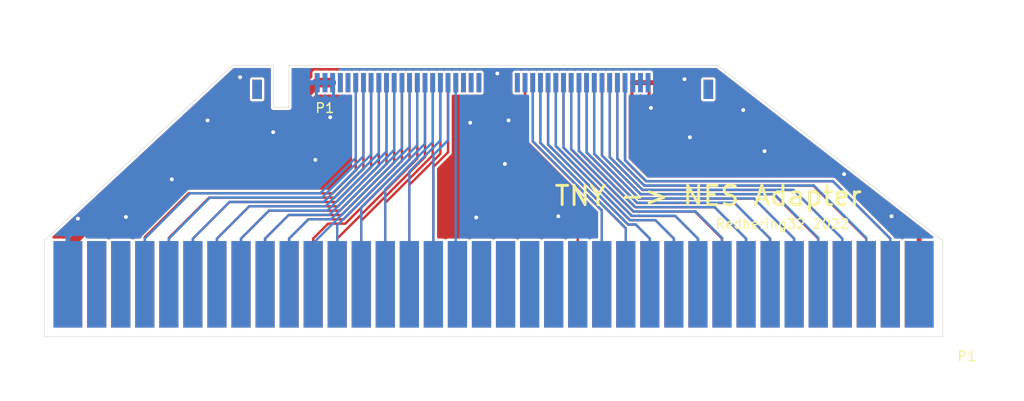
<source format=kicad_pcb>
(kicad_pcb (version 20171130) (host pcbnew "(5.1.10)-1")

  (general
    (thickness 1.6)
    (drawings 15)
    (tracks 271)
    (zones 0)
    (modules 2)
    (nets 87)
  )

  (page A4)
  (layers
    (0 F.Cu signal)
    (31 B.Cu signal)
    (32 B.Adhes user)
    (33 F.Adhes user)
    (34 B.Paste user)
    (35 F.Paste user)
    (36 B.SilkS user)
    (37 F.SilkS user)
    (38 B.Mask user)
    (39 F.Mask user)
    (40 Dwgs.User user)
    (41 Cmts.User user)
    (42 Eco1.User user)
    (43 Eco2.User user)
    (44 Edge.Cuts user)
    (45 Margin user)
    (46 B.CrtYd user)
    (47 F.CrtYd user)
    (48 B.Fab user)
    (49 F.Fab user)
  )

  (setup
    (last_trace_width 0.25)
    (user_trace_width 1)
    (user_trace_width 0.45)
    (user_trace_width 0.5)
    (user_trace_width 1.25)
    (user_trace_width 1.5)
    (user_trace_width 0.2)
    (user_trace_width 0.2)
    (user_trace_width 1)
    (user_trace_width 0.2)
    (trace_clearance 0.2)
    (zone_clearance 0.254)
    (zone_45_only no)
    (trace_min 0.2)
    (via_size 0.8)
    (via_drill 0.4)
    (via_min_size 0.4)
    (via_min_drill 0.3)
    (user_via 0.4 0.3)
    (user_via 0.4 0.3)
    (user_via 1.5 1.25)
    (user_via 0.4 0.3)
    (user_via 1.5 1.25)
    (user_via 0.4 0.3)
    (uvia_size 0.3)
    (uvia_drill 0.1)
    (uvias_allowed no)
    (uvia_min_size 0.2)
    (uvia_min_drill 0.1)
    (edge_width 0.05)
    (segment_width 0.2)
    (pcb_text_width 0.3)
    (pcb_text_size 1.5 1.5)
    (mod_edge_width 0.12)
    (mod_text_size 1 1)
    (mod_text_width 0.15)
    (pad_size 0.5 0.5)
    (pad_drill 0)
    (pad_to_mask_clearance 0)
    (aux_axis_origin 0 0)
    (visible_elements 7FFFFFFF)
    (pcbplotparams
      (layerselection 0x010fc_ffffffff)
      (usegerberextensions false)
      (usegerberattributes false)
      (usegerberadvancedattributes false)
      (creategerberjobfile false)
      (excludeedgelayer true)
      (linewidth 0.100000)
      (plotframeref false)
      (viasonmask false)
      (mode 1)
      (useauxorigin false)
      (hpglpennumber 1)
      (hpglpenspeed 20)
      (hpglpendiameter 15.000000)
      (psnegative false)
      (psa4output false)
      (plotreference true)
      (plotvalue true)
      (plotinvisibletext false)
      (padsonsilk false)
      (subtractmaskfromsilk false)
      (outputformat 1)
      (mirror false)
      (drillshape 0)
      (scaleselection 1)
      (outputdirectory "../Gerbers/"))
  )

  (net 0 "")
  (net 1 /CPU-A7)
  (net 2 /CPU-A9)
  (net 3 /~IRQ)
  (net 4 /CPU-R~W)
  (net 5 /GND)
  (net 6 /CPU-A6)
  (net 7 "Net-(P1-Pad16)")
  (net 8 /CPU-A0)
  (net 9 /CPU-A1)
  (net 10 /CPU-A3)
  (net 11 /CPU-A4)
  (net 12 /CPU-A8)
  (net 13 /CPU-A11)
  (net 14 /CPU-A5)
  (net 15 /CPU-A10)
  (net 16 /CPU-A2)
  (net 17 "Net-(P1-Pad19)")
  (net 18 /PPU-~RD)
  (net 19 /VRAM-A10)
  (net 20 "Net-(P1-Pad20)")
  (net 21 "Net-(P1-Pad18)")
  (net 22 "Net-(P1-Pad17)")
  (net 23 /VRAM-~CE)
  (net 24 /PPU-~WE)
  (net 25 "Net-(P1-Pad55)")
  (net 26 "Net-(P1-Pad54)")
  (net 27 "Net-(P1-Pad53)")
  (net 28 "Net-(P1-Pad52)")
  (net 29 "Net-(P1-Pad51)")
  (net 30 /~ROMSEL)
  (net 31 /CPU-D0)
  (net 32 /CPU-D1)
  (net 33 /CPU-D2)
  (net 34 /CPU-D3)
  (net 35 /CPU-D4)
  (net 36 /CPU-D5)
  (net 37 /CPU-D6)
  (net 38 /CPU-D7)
  (net 39 /CPU-A14)
  (net 40 /CPU-A13)
  (net 41 /CPU-A12)
  (net 42 /M2)
  (net 43 /PPU-~A13)
  (net 44 /PPU-A7)
  (net 45 /PPU-A8)
  (net 46 /PPU-A9)
  (net 47 /PPU-A11)
  (net 48 /PPU-A10)
  (net 49 /PPU-A12)
  (net 50 /PPU-A13)
  (net 51 /PPU-D7)
  (net 52 /PPU-D6)
  (net 53 /PPU-D5)
  (net 54 /PPU-D4)
  (net 55 "Net-(P1-Pad70)")
  (net 56 "Net-(P1-Pad71)")
  (net 57 /PPU-D2)
  (net 58 /PPU-A5)
  (net 59 /PPU-A0)
  (net 60 /PPU-A6)
  (net 61 /PPU-A3)
  (net 62 /PPU-D0)
  (net 63 /PPU-D1)
  (net 64 /PPU-D3)
  (net 65 "Net-(P1-Pad34)")
  (net 66 /VCC)
  (net 67 /PPU-A1)
  (net 68 "Net-(P1-Pad35)")
  (net 69 /PPU-A4)
  (net 70 /PPU-A2)
  (net 71 "Net-(P1-Pad37)")
  (net 72 /SYSTEM-CLK)
  (net 73 /CIC-TO-MB)
  (net 74 /CIC-TO-CART)
  (net 75 /CIC-CLK)
  (net 76 /CIC-RST)
  (net 77 /EXP-0)
  (net 78 /EXP-1)
  (net 79 /EXP-2)
  (net 80 /EXP-3)
  (net 81 /EXP-4)
  (net 82 /EXP-9)
  (net 83 /EXP-7)
  (net 84 /EXP-6)
  (net 85 /EXP-5)
  (net 86 /EXP-8)

  (net_class Default "This is the default net class."
    (clearance 0.2)
    (trace_width 0.25)
    (via_dia 0.8)
    (via_drill 0.4)
    (uvia_dia 0.3)
    (uvia_drill 0.1)
    (add_net /CIC-CLK)
    (add_net /CIC-RST)
    (add_net /CIC-TO-CART)
    (add_net /CIC-TO-MB)
    (add_net /CPU-A0)
    (add_net /CPU-A1)
    (add_net /CPU-A10)
    (add_net /CPU-A11)
    (add_net /CPU-A12)
    (add_net /CPU-A13)
    (add_net /CPU-A14)
    (add_net /CPU-A2)
    (add_net /CPU-A3)
    (add_net /CPU-A4)
    (add_net /CPU-A5)
    (add_net /CPU-A6)
    (add_net /CPU-A7)
    (add_net /CPU-A8)
    (add_net /CPU-A9)
    (add_net /CPU-D0)
    (add_net /CPU-D1)
    (add_net /CPU-D2)
    (add_net /CPU-D3)
    (add_net /CPU-D4)
    (add_net /CPU-D5)
    (add_net /CPU-D6)
    (add_net /CPU-D7)
    (add_net /CPU-R~W)
    (add_net /EXP-0)
    (add_net /EXP-1)
    (add_net /EXP-2)
    (add_net /EXP-3)
    (add_net /EXP-4)
    (add_net /EXP-5)
    (add_net /EXP-6)
    (add_net /EXP-7)
    (add_net /EXP-8)
    (add_net /EXP-9)
    (add_net /GND)
    (add_net /M2)
    (add_net /PPU-A0)
    (add_net /PPU-A1)
    (add_net /PPU-A10)
    (add_net /PPU-A11)
    (add_net /PPU-A12)
    (add_net /PPU-A13)
    (add_net /PPU-A2)
    (add_net /PPU-A3)
    (add_net /PPU-A4)
    (add_net /PPU-A5)
    (add_net /PPU-A6)
    (add_net /PPU-A7)
    (add_net /PPU-A8)
    (add_net /PPU-A9)
    (add_net /PPU-D0)
    (add_net /PPU-D1)
    (add_net /PPU-D2)
    (add_net /PPU-D3)
    (add_net /PPU-D4)
    (add_net /PPU-D5)
    (add_net /PPU-D6)
    (add_net /PPU-D7)
    (add_net /PPU-~A13)
    (add_net /PPU-~RD)
    (add_net /PPU-~WE)
    (add_net /SYSTEM-CLK)
    (add_net /VCC)
    (add_net /VRAM-A10)
    (add_net /VRAM-~CE)
    (add_net /~IRQ)
    (add_net /~ROMSEL)
    (add_net "Net-(P1-Pad16)")
    (add_net "Net-(P1-Pad17)")
    (add_net "Net-(P1-Pad18)")
    (add_net "Net-(P1-Pad19)")
    (add_net "Net-(P1-Pad20)")
    (add_net "Net-(P1-Pad34)")
    (add_net "Net-(P1-Pad35)")
    (add_net "Net-(P1-Pad37)")
    (add_net "Net-(P1-Pad51)")
    (add_net "Net-(P1-Pad52)")
    (add_net "Net-(P1-Pad53)")
    (add_net "Net-(P1-Pad54)")
    (add_net "Net-(P1-Pad55)")
    (add_net "Net-(P1-Pad70)")
    (add_net "Net-(P1-Pad71)")
  )

  (module NESRE:NES_Edge_Connector (layer F.Cu) (tedit 622121B8) (tstamp 5D999EE5)
    (at -33.645 110.705 180)
    (path /5D838060)
    (fp_text reference P1 (at -93.455 -7.485 180) (layer F.SilkS)
      (effects (font (size 1 1) (thickness 0.15)))
    )
    (fp_text value "72-Pin Connector" (at -83.665 -6.845 180) (layer F.Fab)
      (effects (font (size 1 1) (thickness 0.15)))
    )
    (pad 1 smd rect (at -88.5 0 180) (size 3 9) (layers F.Cu F.Paste F.Mask)
      (net 5 /GND))
    (pad 2 smd rect (at -85.5 0 180) (size 2 9) (layers F.Cu F.Paste F.Mask)
      (net 13 /CPU-A11))
    (pad 3 smd rect (at -83 0 180) (size 2 9) (layers F.Cu F.Paste F.Mask)
      (net 15 /CPU-A10))
    (pad 4 smd rect (at -80.5 0 180) (size 2 9) (layers F.Cu F.Paste F.Mask)
      (net 2 /CPU-A9))
    (pad 5 smd rect (at -78 0 180) (size 2 9) (layers F.Cu F.Paste F.Mask)
      (net 12 /CPU-A8))
    (pad 6 smd rect (at -75.5 0 180) (size 2 9) (layers F.Cu F.Paste F.Mask)
      (net 1 /CPU-A7))
    (pad 7 smd rect (at -73 0 180) (size 2 9) (layers F.Cu F.Paste F.Mask)
      (net 6 /CPU-A6))
    (pad 8 smd rect (at -70.5 0 180) (size 2 9) (layers F.Cu F.Paste F.Mask)
      (net 14 /CPU-A5))
    (pad 9 smd rect (at -68 0 180) (size 2 9) (layers F.Cu F.Paste F.Mask)
      (net 11 /CPU-A4))
    (pad 10 smd rect (at -65.5 0 180) (size 2 9) (layers F.Cu F.Paste F.Mask)
      (net 10 /CPU-A3))
    (pad 11 smd rect (at -63 0 180) (size 2 9) (layers F.Cu F.Paste F.Mask)
      (net 16 /CPU-A2))
    (pad 12 smd rect (at -60.5 0 180) (size 2 9) (layers F.Cu F.Paste F.Mask)
      (net 9 /CPU-A1))
    (pad 13 smd rect (at -58 0 180) (size 2 9) (layers F.Cu F.Paste F.Mask)
      (net 8 /CPU-A0))
    (pad 14 smd rect (at -55.5 0 180) (size 2 9) (layers F.Cu F.Paste F.Mask)
      (net 4 /CPU-R~W))
    (pad 15 smd rect (at -53 0 180) (size 2 9) (layers F.Cu F.Paste F.Mask)
      (net 3 /~IRQ))
    (pad 16 smd rect (at -50.5 0 180) (size 2 9) (layers F.Cu F.Paste F.Mask)
      (net 77 /EXP-0))
    (pad 17 smd rect (at -48 0 180) (size 2 9) (layers F.Cu F.Paste F.Mask)
      (net 78 /EXP-1))
    (pad 18 smd rect (at -45.5 0 180) (size 2 9) (layers F.Cu F.Paste F.Mask)
      (net 79 /EXP-2))
    (pad 19 smd rect (at -43 0 180) (size 2 9) (layers F.Cu F.Paste F.Mask)
      (net 80 /EXP-3))
    (pad 20 smd rect (at -40.5 0 180) (size 2 9) (layers F.Cu F.Paste F.Mask)
      (net 81 /EXP-4))
    (pad 21 smd rect (at -38 0 180) (size 2 9) (layers F.Cu F.Paste F.Mask)
      (net 18 /PPU-~RD))
    (pad 22 smd rect (at -35.5 0 180) (size 2 9) (layers F.Cu F.Paste F.Mask)
      (net 19 /VRAM-A10))
    (pad 23 smd rect (at -33 0 180) (size 2 9) (layers F.Cu F.Paste F.Mask)
      (net 60 /PPU-A6))
    (pad 24 smd rect (at -30.5 0 180) (size 2 9) (layers F.Cu F.Paste F.Mask)
      (net 58 /PPU-A5))
    (pad 25 smd rect (at -28 0 180) (size 2 9) (layers F.Cu F.Paste F.Mask)
      (net 69 /PPU-A4))
    (pad 26 smd rect (at -25.5 0 180) (size 2 9) (layers F.Cu F.Paste F.Mask)
      (net 61 /PPU-A3))
    (pad 27 smd rect (at -23 0 180) (size 2 9) (layers F.Cu F.Paste F.Mask)
      (net 70 /PPU-A2))
    (pad 28 smd rect (at -20.5 0 180) (size 2 9) (layers F.Cu F.Paste F.Mask)
      (net 67 /PPU-A1))
    (pad 29 smd rect (at -18 0 180) (size 2 9) (layers F.Cu F.Paste F.Mask)
      (net 59 /PPU-A0))
    (pad 30 smd rect (at -15.5 0 180) (size 2 9) (layers F.Cu F.Paste F.Mask)
      (net 62 /PPU-D0))
    (pad 31 smd rect (at -13 0 180) (size 2 9) (layers F.Cu F.Paste F.Mask)
      (net 63 /PPU-D1))
    (pad 32 smd rect (at -10.5 0 180) (size 2 9) (layers F.Cu F.Paste F.Mask)
      (net 57 /PPU-D2))
    (pad 33 smd rect (at -8 0 180) (size 2 9) (layers F.Cu F.Paste F.Mask)
      (net 64 /PPU-D3))
    (pad 34 smd rect (at -5.5 0 180) (size 2 9) (layers F.Cu F.Paste F.Mask)
      (net 74 /CIC-TO-CART))
    (pad 35 smd rect (at -3 0 180) (size 2 9) (layers F.Cu F.Paste F.Mask)
      (net 73 /CIC-TO-MB))
    (pad 36 smd rect (at 0 0 180) (size 3 9) (layers F.Cu F.Paste F.Mask)
      (net 66 /VCC))
    (pad 64 smd rect (at -20.5 0 180) (size 2 9) (layers B.Cu B.Paste B.Mask)
      (net 49 /PPU-A12))
    (pad 65 smd rect (at -18 0 180) (size 2 9) (layers B.Cu B.Paste B.Mask)
      (net 50 /PPU-A13))
    (pad 66 smd rect (at -15.5 0 180) (size 2 9) (layers B.Cu B.Paste B.Mask)
      (net 51 /PPU-D7))
    (pad 67 smd rect (at -13 0 180) (size 2 9) (layers B.Cu B.Paste B.Mask)
      (net 52 /PPU-D6))
    (pad 63 smd rect (at -23 0 180) (size 2 9) (layers B.Cu B.Paste B.Mask)
      (net 48 /PPU-A10))
    (pad 58 smd rect (at -35.5 0 180) (size 2 9) (layers B.Cu B.Paste B.Mask)
      (net 43 /PPU-~A13))
    (pad 60 smd rect (at -30.5 0 180) (size 2 9) (layers B.Cu B.Paste B.Mask)
      (net 45 /PPU-A8))
    (pad 59 smd rect (at -33 0 180) (size 2 9) (layers B.Cu B.Paste B.Mask)
      (net 44 /PPU-A7))
    (pad 61 smd rect (at -28 0 180) (size 2 9) (layers B.Cu B.Paste B.Mask)
      (net 46 /PPU-A9))
    (pad 62 smd rect (at -25.5 0 180) (size 2 9) (layers B.Cu B.Paste B.Mask)
      (net 47 /PPU-A11))
    (pad 37 smd rect (at -88.5 0 180) (size 3 9) (layers B.Cu B.Paste B.Mask)
      (net 72 /SYSTEM-CLK))
    (pad 38 smd rect (at -85.5 0 180) (size 2 9) (layers B.Cu B.Paste B.Mask)
      (net 42 /M2))
    (pad 39 smd rect (at -83 0 180) (size 2 9) (layers B.Cu B.Paste B.Mask)
      (net 41 /CPU-A12))
    (pad 40 smd rect (at -80.5 0 180) (size 2 9) (layers B.Cu B.Paste B.Mask)
      (net 40 /CPU-A13))
    (pad 53 smd rect (at -48 0 180) (size 2 9) (layers B.Cu B.Paste B.Mask)
      (net 83 /EXP-7))
    (pad 51 smd rect (at -53 0 180) (size 2 9) (layers B.Cu B.Paste B.Mask)
      (net 82 /EXP-9))
    (pad 52 smd rect (at -50.5 0 180) (size 2 9) (layers B.Cu B.Paste B.Mask)
      (net 86 /EXP-8))
    (pad 42 smd rect (at -75.5 0 180) (size 2 9) (layers B.Cu B.Paste B.Mask)
      (net 38 /CPU-D7))
    (pad 47 smd rect (at -63 0 180) (size 2 9) (layers B.Cu B.Paste B.Mask)
      (net 33 /CPU-D2))
    (pad 56 smd rect (at -40.5 0 180) (size 2 9) (layers B.Cu B.Paste B.Mask)
      (net 24 /PPU-~WE))
    (pad 43 smd rect (at -73 0 180) (size 2 9) (layers B.Cu B.Paste B.Mask)
      (net 37 /CPU-D6))
    (pad 45 smd rect (at -68 0 180) (size 2 9) (layers B.Cu B.Paste B.Mask)
      (net 35 /CPU-D4))
    (pad 50 smd rect (at -55.5 0 180) (size 2 9) (layers B.Cu B.Paste B.Mask)
      (net 30 /~ROMSEL))
    (pad 46 smd rect (at -65.5 0 180) (size 2 9) (layers B.Cu B.Paste B.Mask)
      (net 34 /CPU-D3))
    (pad 49 smd rect (at -58 0 180) (size 2 9) (layers B.Cu B.Paste B.Mask)
      (net 31 /CPU-D0))
    (pad 55 smd rect (at -43 0 180) (size 2 9) (layers B.Cu B.Paste B.Mask)
      (net 85 /EXP-5))
    (pad 48 smd rect (at -60.5 0 180) (size 2 9) (layers B.Cu B.Paste B.Mask)
      (net 32 /CPU-D1))
    (pad 44 smd rect (at -70.5 0 180) (size 2 9) (layers B.Cu B.Paste B.Mask)
      (net 36 /CPU-D5))
    (pad 41 smd rect (at -78 0 180) (size 2 9) (layers B.Cu B.Paste B.Mask)
      (net 39 /CPU-A14))
    (pad 54 smd rect (at -45.5 0 180) (size 2 9) (layers B.Cu B.Paste B.Mask)
      (net 84 /EXP-6))
    (pad 57 smd rect (at -38 0 180) (size 2 9) (layers B.Cu B.Paste B.Mask)
      (net 23 /VRAM-~CE))
    (pad 68 smd rect (at -10.5 0 180) (size 2 9) (layers B.Cu B.Paste B.Mask)
      (net 53 /PPU-D5))
    (pad 69 smd rect (at -8 0 180) (size 2 9) (layers B.Cu B.Paste B.Mask)
      (net 54 /PPU-D4))
    (pad 70 smd rect (at -5.5 0 180) (size 2 9) (layers B.Cu B.Paste B.Mask)
      (net 76 /CIC-RST))
    (pad 71 smd rect (at -3 0 180) (size 2 9) (layers B.Cu B.Paste B.Mask)
      (net 75 /CIC-CLK))
    (pad 72 smd rect (at 0 0 180) (size 3 9) (layers B.Cu B.Paste B.Mask)
      (net 5 /GND))
  )

  (module "TinyTendo:Cart Slot" (layer F.Cu) (tedit 613A8A98) (tstamp 613B4431)
    (at -7.72 89.74)
    (path /5D838060)
    (fp_text reference P1 (at 0.79 2.64) (layer F.SilkS)
      (effects (font (size 1 1) (thickness 0.15)))
    )
    (fp_text value "72-Pin Connector" (at -0.95 -2.84) (layer F.Fab)
      (effects (font (size 1 1) (thickness 0.15)))
    )
    (pad 51 smd rect (at 21.6 0) (size 0.5 2) (layers B.Cu B.Paste B.Mask)
      (net 29 "Net-(P1-Pad51)"))
    (pad 47 smd rect (at 24.8 0) (size 0.5 2) (layers B.Cu B.Paste B.Mask)
      (net 33 /CPU-D2))
    (pad 49 smd rect (at 23.2 0) (size 0.5 2) (layers B.Cu B.Paste B.Mask)
      (net 31 /CPU-D0))
    (pad 37 smd rect (at 33.6 0) (size 0.5 2) (layers B.Cu B.Paste B.Mask)
      (net 71 "Net-(P1-Pad37)"))
    (pad 48 smd rect (at 24 0) (size 0.5 2) (layers B.Cu B.Paste B.Mask)
      (net 32 /CPU-D1))
    (pad 50 smd rect (at 22.4 0) (size 0.5 2) (layers B.Cu B.Paste B.Mask)
      (net 30 /~ROMSEL))
    (pad 52 smd rect (at 20.8 0) (size 0.5 2) (layers B.Cu B.Paste B.Mask)
      (net 28 "Net-(P1-Pad52)"))
    (pad 39 smd rect (at 31.2 0) (size 0.5 2) (layers B.Cu B.Paste B.Mask)
      (net 41 /CPU-A12))
    (pad 41 smd rect (at 29.6 0) (size 0.5 2) (layers B.Cu B.Paste B.Mask)
      (net 39 /CPU-A14))
    (pad 46 smd rect (at 25.6 0) (size 0.5 2) (layers B.Cu B.Paste B.Mask)
      (net 34 /CPU-D3))
    (pad 44 smd rect (at 27.2 0) (size 0.5 2) (layers B.Cu B.Paste B.Mask)
      (net 36 /CPU-D5))
    (pad 38 smd rect (at 32 0) (size 0.5 2) (layers B.Cu B.Paste B.Mask)
      (net 42 /M2))
    (pad 45 smd rect (at 26.4 0) (size 0.5 2) (layers B.Cu B.Paste B.Mask)
      (net 35 /CPU-D4))
    (pad 43 smd rect (at 28 0) (size 0.5 2) (layers B.Cu B.Paste B.Mask)
      (net 37 /CPU-D6))
    (pad 42 smd rect (at 28.8 0) (size 0.5 2) (layers B.Cu B.Paste B.Mask)
      (net 38 /CPU-D7))
    (pad 40 smd rect (at 30.4 0) (size 0.5 2) (layers B.Cu B.Paste B.Mask)
      (net 40 /CPU-A13))
    (pad 72 smd rect (at 1.6 0) (size 0.5 2) (layers B.Cu B.Paste B.Mask)
      (net 5 /GND))
    (pad 71 smd rect (at 2.4 0) (size 0.5 2) (layers B.Cu B.Paste B.Mask)
      (net 56 "Net-(P1-Pad71)"))
    (pad 37 smd rect (at 32.8 0) (size 0.5 2) (layers B.Cu B.Paste B.Mask)
      (net 71 "Net-(P1-Pad37)"))
    (pad 72 smd rect (at 0.8 0) (size 0.5 2) (layers B.Cu B.Paste B.Mask)
      (net 5 /GND))
    (pad 72 smd rect (at 0 0) (size 0.5 2) (layers B.Cu B.Paste B.Mask)
      (net 5 /GND))
    (pad 61 smd rect (at 10.4 0) (size 0.5 2) (layers B.Cu B.Paste B.Mask)
      (net 46 /PPU-A9))
    (pad 57 smd rect (at 13.6 0) (size 0.5 2) (layers B.Cu B.Paste B.Mask)
      (net 23 /VRAM-~CE))
    (pad 65 smd rect (at 7.2 0) (size 0.5 2) (layers B.Cu B.Paste B.Mask)
      (net 50 /PPU-A13))
    (pad 64 smd rect (at 8 0) (size 0.5 2) (layers B.Cu B.Paste B.Mask)
      (net 49 /PPU-A12))
    (pad 53 smd rect (at 16.8 0) (size 0.5 2) (layers B.Cu B.Paste B.Mask)
      (net 27 "Net-(P1-Pad53)"))
    (pad 55 smd rect (at 15.2 0) (size 0.5 2) (layers B.Cu B.Paste B.Mask)
      (net 25 "Net-(P1-Pad55)"))
    (pad 70 smd rect (at 3.2 0) (size 0.5 2) (layers B.Cu B.Paste B.Mask)
      (net 55 "Net-(P1-Pad70)"))
    (pad 69 smd rect (at 4 0) (size 0.5 2) (layers B.Cu B.Paste B.Mask)
      (net 54 /PPU-D4))
    (pad 68 smd rect (at 4.8 0) (size 0.5 2) (layers B.Cu B.Paste B.Mask)
      (net 53 /PPU-D5))
    (pad 62 smd rect (at 9.6 0) (size 0.5 2) (layers B.Cu B.Paste B.Mask)
      (net 47 /PPU-A11))
    (pad 67 smd rect (at 5.6 0) (size 0.5 2) (layers B.Cu B.Paste B.Mask)
      (net 52 /PPU-D6))
    (pad 66 smd rect (at 6.4 0) (size 0.5 2) (layers B.Cu B.Paste B.Mask)
      (net 51 /PPU-D7))
    (pad 63 smd rect (at 8.8 0) (size 0.5 2) (layers B.Cu B.Paste B.Mask)
      (net 48 /PPU-A10))
    (pad 60 smd rect (at 11.2 0) (size 0.5 2) (layers B.Cu B.Paste B.Mask)
      (net 45 /PPU-A8))
    (pad 59 smd rect (at 12 0) (size 0.5 2) (layers B.Cu B.Paste B.Mask)
      (net 44 /PPU-A7))
    (pad 56 smd rect (at 14.4 0) (size 0.5 2) (layers B.Cu B.Paste B.Mask)
      (net 24 /PPU-~WE))
    (pad 54 smd rect (at 16 0) (size 0.5 2) (layers B.Cu B.Paste B.Mask)
      (net 26 "Net-(P1-Pad54)"))
    (pad 58 smd rect (at 12.8 0) (size 0.5 2) (layers B.Cu B.Paste B.Mask)
      (net 43 /PPU-~A13))
    (pad 37 smd rect (at 34.4 0) (size 0.5 2) (layers B.Cu B.Paste B.Mask)
      (net 71 "Net-(P1-Pad37)"))
    (pad 16 smd rect (at 20.8 0) (size 0.5 2) (layers F.Cu F.Paste F.Mask)
      (net 7 "Net-(P1-Pad16)"))
    (pad 15 smd rect (at 21.6 0) (size 0.5 2) (layers F.Cu F.Paste F.Mask)
      (net 3 /~IRQ))
    (pad 14 smd rect (at 22.4 0) (size 0.5 2) (layers F.Cu F.Paste F.Mask)
      (net 4 /CPU-R~W))
    (pad 13 smd rect (at 23.2 0) (size 0.5 2) (layers F.Cu F.Paste F.Mask)
      (net 8 /CPU-A0))
    (pad 12 smd rect (at 24 0) (size 0.5 2) (layers F.Cu F.Paste F.Mask)
      (net 9 /CPU-A1))
    (pad 11 smd rect (at 24.8 0) (size 0.5 2) (layers F.Cu F.Paste F.Mask)
      (net 16 /CPU-A2))
    (pad 10 smd rect (at 25.6 0) (size 0.5 2) (layers F.Cu F.Paste F.Mask)
      (net 10 /CPU-A3))
    (pad 9 smd rect (at 26.4 0) (size 0.5 2) (layers F.Cu F.Paste F.Mask)
      (net 11 /CPU-A4))
    (pad 8 smd rect (at 27.2 0) (size 0.5 2) (layers F.Cu F.Paste F.Mask)
      (net 14 /CPU-A5))
    (pad 7 smd rect (at 28 0) (size 0.5 2) (layers F.Cu F.Paste F.Mask)
      (net 6 /CPU-A6))
    (pad 6 smd rect (at 28.8 0) (size 0.5 2) (layers F.Cu F.Paste F.Mask)
      (net 1 /CPU-A7))
    (pad 5 smd rect (at 29.6 0) (size 0.5 2) (layers F.Cu F.Paste F.Mask)
      (net 12 /CPU-A8))
    (pad 4 smd rect (at 30.4 0) (size 0.5 2) (layers F.Cu F.Paste F.Mask)
      (net 2 /CPU-A9))
    (pad 3 smd rect (at 31.2 0) (size 0.5 2) (layers F.Cu F.Paste F.Mask)
      (net 15 /CPU-A10))
    (pad 2 smd rect (at 32 0) (size 0.5 2) (layers F.Cu F.Paste F.Mask)
      (net 13 /CPU-A11))
    (pad 1 smd rect (at 32.8 0) (size 0.5 2) (layers F.Cu F.Paste F.Mask)
      (net 5 /GND))
    (pad 1 smd rect (at 33.6 0) (size 0.5 2) (layers F.Cu F.Paste F.Mask)
      (net 5 /GND))
    (pad 36 smd rect (at 0 0) (size 0.5 2) (layers F.Cu F.Paste F.Mask)
      (net 66 /VCC))
    (pad 36 smd rect (at 0.8 0) (size 0.5 2) (layers F.Cu F.Paste F.Mask)
      (net 66 /VCC))
    (pad 36 smd rect (at 1.6 0) (size 0.5 2) (layers F.Cu F.Paste F.Mask)
      (net 66 /VCC))
    (pad 35 smd rect (at 2.4 0) (size 0.5 2) (layers F.Cu F.Paste F.Mask)
      (net 68 "Net-(P1-Pad35)"))
    (pad 34 smd rect (at 3.2 0) (size 0.5 2) (layers F.Cu F.Paste F.Mask)
      (net 65 "Net-(P1-Pad34)"))
    (pad 33 smd rect (at 4 0) (size 0.5 2) (layers F.Cu F.Paste F.Mask)
      (net 64 /PPU-D3))
    (pad 32 smd rect (at 4.8 0) (size 0.5 2) (layers F.Cu F.Paste F.Mask)
      (net 57 /PPU-D2))
    (pad 31 smd rect (at 5.6 0) (size 0.5 2) (layers F.Cu F.Paste F.Mask)
      (net 63 /PPU-D1))
    (pad 30 smd rect (at 6.4 0) (size 0.5 2) (layers F.Cu F.Paste F.Mask)
      (net 62 /PPU-D0))
    (pad 29 smd rect (at 7.2 0) (size 0.5 2) (layers F.Cu F.Paste F.Mask)
      (net 59 /PPU-A0))
    (pad 28 smd rect (at 8 0) (size 0.5 2) (layers F.Cu F.Paste F.Mask)
      (net 67 /PPU-A1))
    (pad 27 smd rect (at 8.8 0) (size 0.5 2) (layers F.Cu F.Paste F.Mask)
      (net 70 /PPU-A2))
    (pad 26 smd rect (at 9.6 0) (size 0.5 2) (layers F.Cu F.Paste F.Mask)
      (net 61 /PPU-A3))
    (pad 25 smd rect (at 10.4 0) (size 0.5 2) (layers F.Cu F.Paste F.Mask)
      (net 69 /PPU-A4))
    (pad 24 smd rect (at 11.2 0) (size 0.5 2) (layers F.Cu F.Paste F.Mask)
      (net 58 /PPU-A5))
    (pad 23 smd rect (at 12 0) (size 0.5 2) (layers F.Cu F.Paste F.Mask)
      (net 60 /PPU-A6))
    (pad 22 smd rect (at 12.8 0) (size 0.5 2) (layers F.Cu F.Paste F.Mask)
      (net 19 /VRAM-A10))
    (pad 21 smd rect (at 13.6 0) (size 0.5 2) (layers F.Cu F.Paste F.Mask)
      (net 18 /PPU-~RD))
    (pad 20 smd rect (at 14.4 0) (size 0.5 2) (layers F.Cu F.Paste F.Mask)
      (net 20 "Net-(P1-Pad20)"))
    (pad 19 smd rect (at 15.2 0) (size 0.5 2) (layers F.Cu F.Paste F.Mask)
      (net 17 "Net-(P1-Pad19)"))
    (pad 18 smd rect (at 16 0) (size 0.5 2) (layers F.Cu F.Paste F.Mask)
      (net 21 "Net-(P1-Pad18)"))
    (pad 17 smd rect (at 16.8 0) (size 0.5 2) (layers F.Cu F.Paste F.Mask)
      (net 22 "Net-(P1-Pad17)"))
    (pad 73 connect rect (at 40.65 0.7) (size 1 2) (layers F.Cu F.Mask))
    (pad 73 connect rect (at -6.25 0.7) (size 1 2) (layers F.Cu F.Mask))
    (pad 1 smd rect (at 34.4 0) (size 0.5 2) (layers F.Cu F.Paste F.Mask)
      (net 5 /GND))
    (pad 73 connect rect (at -6.25 0.7 180) (size 1 2) (layers B.Cu B.Mask))
    (pad 73 connect rect (at 40.65 0.7 180) (size 1 2) (layers B.Cu B.Mask))
    (model C:/Users/Redherring32/Downloads/PARTserver22021081723050100449065d0b6156e/HSEC8-140-01-S-D-EM2.stp
      (offset (xyz 17.2 5 -0.85))
      (scale (xyz 1 1 1))
      (rotate (xyz 0 0 0))
    )
  )

  (gr_text "Redhering32 2022\n" (at 40.63 104.43) (layer F.SilkS)
    (effects (font (size 1 1) (thickness 0.15)))
  )
  (gr_text "TNY -> NES Adapter\n" (at 32.93 101.51) (layer F.SilkS)
    (effects (font (size 2 2) (thickness 0.3)))
  )
  (gr_line (start -16.52 87.94) (end -36.095 106.155) (layer Edge.Cuts) (width 0.05) (tstamp 622192C7))
  (gr_line (start 33.88 87.94) (end 57.305 106.155) (layer Edge.Cuts) (width 0.05) (tstamp 622192C6))
  (gr_line (start 28.03 87.94) (end 29.63 87.94) (layer Edge.Cuts) (width 0.05) (tstamp 613B8EC7))
  (gr_line (start 28.03 87.94) (end -10.67 87.94) (layer Edge.Cuts) (width 0.05) (tstamp 613B38F4))
  (gr_line (start 33.88 87.94) (end 29.63 87.94) (layer Edge.Cuts) (width 0.05) (tstamp 613B38B7))
  (gr_line (start -16.52 87.94) (end -12.27 87.94) (layer Edge.Cuts) (width 0.05) (tstamp 613B38B2))
  (gr_line (start -10.67 92.314) (end -10.67 87.94) (layer Edge.Cuts) (width 0.05))
  (gr_line (start -12.27 92.315) (end -10.67 92.314) (layer Edge.Cuts) (width 0.05))
  (gr_line (start -12.27 92.31) (end -12.27 92.315) (layer Edge.Cuts) (width 0.05))
  (gr_line (start -12.27 87.94) (end -12.27 92.31) (layer Edge.Cuts) (width 0.05))
  (gr_line (start -36.095 116.155) (end 57.305 116.155) (layer Edge.Cuts) (width 0.05) (tstamp 5D50BA84))
  (gr_line (start 57.305 116.155) (end 57.305 106.155) (layer Edge.Cuts) (width 0.05) (tstamp 5D50BA99))
  (gr_line (start -36.095 116.155) (end -36.095 106.155) (layer Edge.Cuts) (width 0.05) (tstamp 5D50BA4B))

  (segment (start 41.855 110.705) (end 41.855 105.955) (width 0.25) (layer F.Cu) (net 1))
  (segment (start 37.69998 101.79998) (end 25.717678 101.79998) (width 0.25) (layer F.Cu) (net 1))
  (segment (start 21.08 97.162302) (end 21.08 89.74) (width 0.25) (layer F.Cu) (net 1))
  (segment (start 25.717678 101.79998) (end 21.08 97.162302) (width 0.25) (layer F.Cu) (net 1))
  (segment (start 41.855 105.955) (end 37.69998 101.79998) (width 0.25) (layer F.Cu) (net 1))
  (segment (start 46.855 105.955) (end 41.799959 100.899959) (width 0.25) (layer F.Cu) (net 2))
  (segment (start 46.855 110.705) (end 46.855 105.955) (width 0.25) (layer F.Cu) (net 2))
  (segment (start 41.799959 100.899959) (end 26.090478 100.899959) (width 0.25) (layer F.Cu) (net 2))
  (segment (start 22.68 97.489481) (end 22.68 89.74) (width 0.25) (layer F.Cu) (net 2))
  (segment (start 26.090478 100.899959) (end 22.68 97.489481) (width 0.25) (layer F.Cu) (net 2))
  (segment (start 19.355 110.705) (end 19.355 101.165) (width 0.25) (layer F.Cu) (net 3))
  (segment (start 19.355 101.165) (end 13.88 95.69) (width 0.25) (layer F.Cu) (net 3))
  (segment (start 13.88 95.69) (end 13.88 90.99) (width 0.25) (layer F.Cu) (net 3))
  (segment (start 13.88 90.99) (end 13.88 89.74) (width 0.25) (layer F.Cu) (net 3))
  (segment (start 21.855 110.705) (end 21.855 103.02859) (width 0.25) (layer F.Cu) (net 4))
  (segment (start 21.855 103.02859) (end 14.68 95.85359) (width 0.25) (layer F.Cu) (net 4))
  (segment (start 14.68 95.85359) (end 14.68 89.74) (width 0.25) (layer F.Cu) (net 4))
  (via (at 26.97 92.37) (size 0.8) (drill 0.4) (layers F.Cu B.Cu) (net 5))
  (via (at 31.02 95.42) (size 0.8) (drill 0.4) (layers F.Cu B.Cu) (net 5))
  (via (at 38.78 96.86) (size 0.8) (drill 0.4) (layers F.Cu B.Cu) (net 5))
  (via (at 47.05 99.25) (size 0.8) (drill 0.4) (layers F.Cu B.Cu) (net 5))
  (via (at 51.98 103.63) (size 0.8) (drill 0.4) (layers F.Cu B.Cu) (net 5))
  (via (at 36.56 92.59) (size 0.8) (drill 0.4) (layers F.Cu B.Cu) (net 5))
  (via (at 30.46 89.38) (size 0.8) (drill 0.4) (layers F.Cu B.Cu) (net 5))
  (via (at 17.34 103.63) (size 0.8) (drill 0.4) (layers F.Cu B.Cu) (net 5))
  (via (at 8.81 103.76) (size 0.8) (drill 0.4) (layers F.Cu B.Cu) (net 5))
  (via (at 11.79 98.19) (size 0.8) (drill 0.4) (layers F.Cu B.Cu) (net 5))
  (via (at 8.18 93.91) (size 0.8) (drill 0.4) (layers F.Cu B.Cu) (net 5))
  (via (at 12.17 93.66) (size 0.8) (drill 0.4) (layers F.Cu B.Cu) (net 5))
  (via (at 11 88.79) (size 0.8) (drill 0.4) (layers F.Cu B.Cu) (net 5))
  (via (at -15.74 89.18) (size 0.8) (drill 0.4) (layers F.Cu B.Cu) (net 5))
  (via (at -32.6 103.88) (size 0.8) (drill 0.4) (layers F.Cu B.Cu) (net 5))
  (via (at -27.61 103.71) (size 0.8) (drill 0.4) (layers F.Cu B.Cu) (net 5))
  (via (at -22.84 99.79) (size 0.8) (drill 0.4) (layers F.Cu B.Cu) (net 5))
  (via (at -7.92 97.77) (size 0.8) (drill 0.4) (layers F.Cu B.Cu) (net 5))
  (via (at -6.37 93.34) (size 0.8) (drill 0.4) (layers F.Cu B.Cu) (net 5))
  (via (at -19.12 93.67) (size 0.8) (drill 0.4) (layers F.Cu B.Cu) (net 5))
  (via (at -12.3 94.89) (size 0.8) (drill 0.4) (layers F.Cu B.Cu) (net 5))
  (segment (start 39.355 105.955) (end 35.649991 102.249991) (width 0.25) (layer F.Cu) (net 6))
  (segment (start 20.28 96.998713) (end 20.28 89.74) (width 0.25) (layer F.Cu) (net 6))
  (segment (start 25.531278 102.249991) (end 20.28 96.998713) (width 0.25) (layer F.Cu) (net 6))
  (segment (start 35.649991 102.249991) (end 25.531278 102.249991) (width 0.25) (layer F.Cu) (net 6))
  (segment (start 39.355 110.705) (end 39.355 105.955) (width 0.25) (layer F.Cu) (net 6))
  (segment (start 24.355 110.705) (end 24.355 104.892179) (width 0.25) (layer F.Cu) (net 8))
  (segment (start 24.355 104.892179) (end 15.48 96.017179) (width 0.25) (layer F.Cu) (net 8))
  (segment (start 15.48 96.017179) (end 15.48 89.74) (width 0.25) (layer F.Cu) (net 8))
  (segment (start 26.855 105.955) (end 25.400046 104.500046) (width 0.25) (layer F.Cu) (net 9))
  (segment (start 25.400046 104.500046) (end 24.599278 104.500046) (width 0.25) (layer F.Cu) (net 9))
  (segment (start 16.28 96.180768) (end 16.28 89.74) (width 0.25) (layer F.Cu) (net 9))
  (segment (start 26.855 110.705) (end 26.855 105.955) (width 0.25) (layer F.Cu) (net 9))
  (segment (start 24.599278 104.500046) (end 16.28 96.180768) (width 0.25) (layer F.Cu) (net 9))
  (segment (start 29.500024 103.600024) (end 24.972078 103.600024) (width 0.25) (layer F.Cu) (net 10))
  (segment (start 31.855 105.955) (end 29.500024 103.600024) (width 0.25) (layer F.Cu) (net 10))
  (segment (start 24.972078 103.600024) (end 17.88 96.507946) (width 0.25) (layer F.Cu) (net 10))
  (segment (start 17.88 96.507946) (end 17.88 89.74) (width 0.25) (layer F.Cu) (net 10))
  (segment (start 31.855 110.705) (end 31.855 105.955) (width 0.25) (layer F.Cu) (net 10))
  (segment (start 18.68 96.671535) (end 18.68 89.74) (width 0.25) (layer F.Cu) (net 11))
  (segment (start 31.550013 103.150013) (end 25.158478 103.150013) (width 0.25) (layer F.Cu) (net 11))
  (segment (start 34.355 110.705) (end 34.355 105.955) (width 0.25) (layer F.Cu) (net 11))
  (segment (start 25.158478 103.150013) (end 18.68 96.671535) (width 0.25) (layer F.Cu) (net 11))
  (segment (start 34.355 105.955) (end 31.550013 103.150013) (width 0.25) (layer F.Cu) (net 11))
  (segment (start 39.749969 101.349969) (end 25.904078 101.349969) (width 0.25) (layer F.Cu) (net 12))
  (segment (start 44.355 105.955) (end 39.749969 101.349969) (width 0.25) (layer F.Cu) (net 12))
  (segment (start 25.904078 101.349969) (end 21.88 97.325891) (width 0.25) (layer F.Cu) (net 12))
  (segment (start 21.88 97.325891) (end 21.88 90.99) (width 0.25) (layer F.Cu) (net 12))
  (segment (start 44.355 110.705) (end 44.355 105.955) (width 0.25) (layer F.Cu) (net 12))
  (segment (start 21.88 90.99) (end 21.88 89.74) (width 0.25) (layer F.Cu) (net 12))
  (segment (start 51.855 105.955) (end 45.899939 99.999939) (width 0.25) (layer F.Cu) (net 13))
  (segment (start 51.855 110.705) (end 51.855 105.955) (width 0.25) (layer F.Cu) (net 13))
  (segment (start 45.899939 99.999939) (end 26.463278 99.999939) (width 0.25) (layer F.Cu) (net 13))
  (segment (start 24.28 97.816661) (end 24.28 89.74) (width 0.25) (layer F.Cu) (net 13))
  (segment (start 26.463278 99.999939) (end 24.28 97.816661) (width 0.25) (layer F.Cu) (net 13))
  (segment (start 36.855 110.705) (end 36.855 105.955) (width 0.25) (layer F.Cu) (net 14))
  (segment (start 36.855 105.955) (end 33.600002 102.700002) (width 0.25) (layer F.Cu) (net 14))
  (segment (start 25.344878 102.700002) (end 19.48 96.835124) (width 0.25) (layer F.Cu) (net 14))
  (segment (start 19.48 96.835124) (end 19.48 89.74) (width 0.25) (layer F.Cu) (net 14))
  (segment (start 33.600002 102.700002) (end 25.344878 102.700002) (width 0.25) (layer F.Cu) (net 14))
  (segment (start 49.355 105.955) (end 43.849949 100.449949) (width 0.25) (layer F.Cu) (net 15))
  (segment (start 49.355 110.705) (end 49.355 105.955) (width 0.25) (layer F.Cu) (net 15))
  (segment (start 43.849949 100.449949) (end 26.276878 100.449949) (width 0.25) (layer F.Cu) (net 15))
  (segment (start 23.48 97.653071) (end 23.48 89.74) (width 0.25) (layer F.Cu) (net 15))
  (segment (start 26.276878 100.449949) (end 23.48 97.653071) (width 0.25) (layer F.Cu) (net 15))
  (segment (start 29.355 110.705) (end 29.355 105.955) (width 0.25) (layer F.Cu) (net 16))
  (segment (start 29.355 105.955) (end 27.450035 104.050035) (width 0.25) (layer F.Cu) (net 16))
  (segment (start 27.450035 104.050035) (end 24.785678 104.050035) (width 0.25) (layer F.Cu) (net 16))
  (segment (start 24.785678 104.050035) (end 17.08 96.344357) (width 0.25) (layer F.Cu) (net 16))
  (segment (start 17.08 96.344357) (end 17.08 89.74) (width 0.25) (layer F.Cu) (net 16))
  (segment (start 5.88 96.97564) (end 5.88 89.74) (width 0.25) (layer F.Cu) (net 18))
  (segment (start 4.355 98.50064) (end 5.88 96.97564) (width 0.25) (layer F.Cu) (net 18))
  (segment (start 4.355 110.705) (end 4.355 98.50064) (width 0.25) (layer F.Cu) (net 18))
  (segment (start 5.08 97.13923) (end 5.08 89.74) (width 0.25) (layer F.Cu) (net 19))
  (segment (start 1.855 100.36423) (end 5.08 97.13923) (width 0.25) (layer F.Cu) (net 19))
  (segment (start 1.855 110.705) (end 1.855 100.36423) (width 0.25) (layer F.Cu) (net 19))
  (segment (start 5.88 95.73) (end 5.88 89.74) (width 0.25) (layer B.Cu) (net 23))
  (segment (start 4.355 97.255) (end 5.88 95.73) (width 0.25) (layer B.Cu) (net 23))
  (segment (start 4.355 110.705) (end 4.355 97.255) (width 0.25) (layer B.Cu) (net 23))
  (segment (start 6.68 106.75) (end 6.68 89.74) (width 0.25) (layer B.Cu) (net 24))
  (segment (start 6.855 107.105) (end 6.59 106.84) (width 0.25) (layer B.Cu) (net 24))
  (segment (start 6.59 106.84) (end 6.68 106.75) (width 0.25) (layer B.Cu) (net 24))
  (segment (start 6.855 110.705) (end 6.855 107.105) (width 0.25) (layer B.Cu) (net 24))
  (segment (start 14.68 95.82692) (end 14.68 89.74) (width 0.25) (layer B.Cu) (net 30))
  (segment (start 21.855 103.00192) (end 14.68 95.82692) (width 0.25) (layer B.Cu) (net 30))
  (segment (start 21.855 110.705) (end 21.855 103.00192) (width 0.25) (layer B.Cu) (net 30))
  (segment (start 15.48 95.99051) (end 15.48 89.74) (width 0.25) (layer B.Cu) (net 31))
  (segment (start 24.355 104.86551) (end 15.48 95.99051) (width 0.25) (layer B.Cu) (net 31))
  (segment (start 24.355 110.705) (end 24.355 104.86551) (width 0.25) (layer B.Cu) (net 31))
  (segment (start 25.380097 104.480097) (end 24.605997 104.480097) (width 0.25) (layer B.Cu) (net 32))
  (segment (start 26.855 105.955) (end 25.380097 104.480097) (width 0.25) (layer B.Cu) (net 32))
  (segment (start 26.855 110.705) (end 26.855 105.955) (width 0.25) (layer B.Cu) (net 32))
  (segment (start 16.28 96.1541) (end 16.28 89.74) (width 0.25) (layer B.Cu) (net 32))
  (segment (start 24.605997 104.480097) (end 16.28 96.1541) (width 0.25) (layer B.Cu) (net 32))
  (segment (start 29.355 105.955) (end 27.430087 104.030087) (width 0.25) (layer B.Cu) (net 33))
  (segment (start 29.355 110.705) (end 29.355 105.955) (width 0.25) (layer B.Cu) (net 33))
  (segment (start 17.08 96.31769) (end 17.08 89.74) (width 0.25) (layer B.Cu) (net 33))
  (segment (start 24.792397 104.030087) (end 17.08 96.31769) (width 0.25) (layer B.Cu) (net 33))
  (segment (start 27.430087 104.030087) (end 24.792397 104.030087) (width 0.25) (layer B.Cu) (net 33))
  (segment (start 31.855 110.705) (end 31.855 105.955) (width 0.25) (layer B.Cu) (net 34))
  (segment (start 31.855 105.955) (end 29.480079 103.580079) (width 0.25) (layer B.Cu) (net 34))
  (segment (start 17.88 96.48128) (end 17.88 89.74) (width 0.25) (layer B.Cu) (net 34))
  (segment (start 24.978798 103.580078) (end 17.88 96.48128) (width 0.25) (layer B.Cu) (net 34))
  (segment (start 29.480079 103.580079) (end 24.978798 103.580078) (width 0.25) (layer B.Cu) (net 34))
  (segment (start 18.68 96.64487) (end 18.68 89.74) (width 0.25) (layer B.Cu) (net 35))
  (segment (start 31.600069 103.130069) (end 25.165199 103.130069) (width 0.25) (layer B.Cu) (net 35))
  (segment (start 25.165199 103.130069) (end 18.68 96.64487) (width 0.25) (layer B.Cu) (net 35))
  (segment (start 34.355 105.885) (end 31.600069 103.130069) (width 0.25) (layer B.Cu) (net 35))
  (segment (start 34.355 110.705) (end 34.355 105.885) (width 0.25) (layer B.Cu) (net 35))
  (segment (start 36.855 105.955) (end 33.580061 102.680061) (width 0.25) (layer B.Cu) (net 36))
  (segment (start 36.855 110.705) (end 36.855 105.955) (width 0.25) (layer B.Cu) (net 36))
  (segment (start 19.48 96.80846) (end 19.48 89.74) (width 0.25) (layer B.Cu) (net 36))
  (segment (start 25.3516 102.68006) (end 19.48 96.80846) (width 0.25) (layer B.Cu) (net 36))
  (segment (start 33.580061 102.680061) (end 25.3516 102.68006) (width 0.25) (layer B.Cu) (net 36))
  (segment (start 39.355 105.955) (end 35.630052 102.230052) (width 0.25) (layer B.Cu) (net 37))
  (segment (start 39.355 110.705) (end 39.355 105.955) (width 0.25) (layer B.Cu) (net 37))
  (segment (start 20.28 96.97205) (end 20.28 89.74) (width 0.25) (layer B.Cu) (net 37))
  (segment (start 25.538001 102.230051) (end 20.28 96.97205) (width 0.25) (layer B.Cu) (net 37))
  (segment (start 35.630052 102.230052) (end 25.538001 102.230051) (width 0.25) (layer B.Cu) (net 37))
  (segment (start 41.855 105.955) (end 37.680043 101.780043) (width 0.25) (layer B.Cu) (net 38))
  (segment (start 41.855 110.705) (end 41.855 105.955) (width 0.25) (layer B.Cu) (net 38))
  (segment (start 21.08 97.13564) (end 21.08 89.74) (width 0.25) (layer B.Cu) (net 38))
  (segment (start 25.724402 101.780042) (end 21.08 97.13564) (width 0.25) (layer B.Cu) (net 38))
  (segment (start 37.680043 101.780043) (end 25.724402 101.780042) (width 0.25) (layer B.Cu) (net 38))
  (segment (start 21.88 97.29923) (end 21.88 89.74) (width 0.25) (layer B.Cu) (net 39))
  (segment (start 25.910803 101.330033) (end 21.88 97.29923) (width 0.25) (layer B.Cu) (net 39))
  (segment (start 44.355 105.885) (end 39.800033 101.330033) (width 0.25) (layer B.Cu) (net 39))
  (segment (start 44.355 110.705) (end 44.355 105.885) (width 0.25) (layer B.Cu) (net 39))
  (segment (start 39.800033 101.330033) (end 25.910803 101.330033) (width 0.25) (layer B.Cu) (net 39))
  (segment (start 46.855 105.955) (end 41.780022 100.880022) (width 0.25) (layer B.Cu) (net 40))
  (segment (start 22.68 97.46282) (end 22.68 89.74) (width 0.25) (layer B.Cu) (net 40))
  (segment (start 26.0972 100.880022) (end 22.68 97.46282) (width 0.25) (layer B.Cu) (net 40))
  (segment (start 41.780022 100.880022) (end 26.0972 100.880022) (width 0.25) (layer B.Cu) (net 40))
  (segment (start 46.855 110.705) (end 46.855 105.955) (width 0.25) (layer B.Cu) (net 40))
  (segment (start 49.355 110.705) (end 49.355 105.885) (width 0.25) (layer B.Cu) (net 41))
  (segment (start 23.48 97.62641) (end 23.48 89.74) (width 0.25) (layer B.Cu) (net 41))
  (segment (start 43.900011 100.430011) (end 26.2836 100.430011) (width 0.25) (layer B.Cu) (net 41))
  (segment (start 49.355 105.885) (end 43.900011 100.430011) (width 0.25) (layer B.Cu) (net 41))
  (segment (start 26.2836 100.430011) (end 23.48 97.62641) (width 0.25) (layer B.Cu) (net 41))
  (segment (start 26.47 99.98) (end 24.28 97.79) (width 0.25) (layer B.Cu) (net 42))
  (segment (start 24.28 97.79) (end 24.28 89.74) (width 0.25) (layer B.Cu) (net 42))
  (segment (start 45.88 99.98) (end 26.47 99.98) (width 0.25) (layer B.Cu) (net 42))
  (segment (start 51.855 105.955) (end 45.88 99.98) (width 0.25) (layer B.Cu) (net 42))
  (segment (start 51.855 110.705) (end 51.855 105.955) (width 0.25) (layer B.Cu) (net 42))
  (segment (start 1.855 98.979109) (end 5.08 95.754109) (width 0.25) (layer B.Cu) (net 43))
  (segment (start 1.855 110.705) (end 1.855 98.979109) (width 0.25) (layer B.Cu) (net 43))
  (segment (start 5.08 95.754109) (end 5.08 89.74) (width 0.25) (layer B.Cu) (net 43))
  (segment (start -0.645 110.705) (end -0.645 100.842698) (width 0.25) (layer B.Cu) (net 44))
  (segment (start -0.645 100.842698) (end 4.28 95.917698) (width 0.25) (layer B.Cu) (net 44))
  (segment (start 4.28 95.917698) (end 4.28 89.74) (width 0.25) (layer B.Cu) (net 44))
  (segment (start -3.145 110.705) (end -3.145 102.706287) (width 0.25) (layer B.Cu) (net 45))
  (segment (start 3.48 96.081287) (end 3.48 89.74) (width 0.25) (layer B.Cu) (net 45))
  (segment (start -3.145 102.706287) (end 3.48 96.081287) (width 0.25) (layer B.Cu) (net 45))
  (segment (start -5.645 110.705) (end -5.645 104.569877) (width 0.25) (layer B.Cu) (net 46))
  (segment (start 2.68 96.244877) (end 2.68 89.74) (width 0.25) (layer B.Cu) (net 46))
  (segment (start -5.645 104.569877) (end 2.68 96.244877) (width 0.25) (layer B.Cu) (net 46))
  (segment (start 1.88 96.408466) (end 1.88 89.74) (width 0.25) (layer B.Cu) (net 47))
  (segment (start -8.145 106.433466) (end 1.88 96.408466) (width 0.25) (layer B.Cu) (net 47))
  (segment (start -8.145 110.705) (end -8.145 106.433466) (width 0.25) (layer B.Cu) (net 47))
  (segment (start -10.645 110.705) (end -10.645 105.955) (width 0.25) (layer B.Cu) (net 48))
  (segment (start -10.645 105.955) (end -8.630066 103.940066) (width 0.25) (layer B.Cu) (net 48))
  (segment (start -8.630066 103.940066) (end -6.28801 103.940066) (width 0.25) (layer B.Cu) (net 48))
  (segment (start 1.08 96.572055) (end 1.08 89.74) (width 0.25) (layer B.Cu) (net 48))
  (segment (start -6.28801 103.940066) (end 1.08 96.572055) (width 0.25) (layer B.Cu) (net 48))
  (segment (start -10.680055 103.490055) (end -6.47441 103.490055) (width 0.25) (layer B.Cu) (net 49))
  (segment (start -6.47441 103.490055) (end 0.28 96.735644) (width 0.25) (layer B.Cu) (net 49))
  (segment (start 0.28 96.735644) (end 0.28 89.74) (width 0.25) (layer B.Cu) (net 49))
  (segment (start -13.145 110.705) (end -13.145 105.955) (width 0.25) (layer B.Cu) (net 49))
  (segment (start -13.145 105.955) (end -10.680055 103.490055) (width 0.25) (layer B.Cu) (net 49))
  (segment (start -0.52 89.74) (end -0.52 96.899234) (width 0.25) (layer B.Cu) (net 50))
  (segment (start -12.730044 103.040044) (end -15.645 105.955) (width 0.25) (layer B.Cu) (net 50))
  (segment (start -15.645 105.955) (end -15.645 110.705) (width 0.25) (layer B.Cu) (net 50))
  (segment (start -0.52 96.899234) (end -6.66081 103.040044) (width 0.25) (layer B.Cu) (net 50))
  (segment (start -6.66081 103.040044) (end -12.730044 103.040044) (width 0.25) (layer B.Cu) (net 50))
  (segment (start -6.84721 102.590033) (end -1.32 97.062822) (width 0.25) (layer B.Cu) (net 51))
  (segment (start -18.145 110.705) (end -18.145 105.955) (width 0.25) (layer B.Cu) (net 51))
  (segment (start -1.32 97.062822) (end -1.32 89.74) (width 0.25) (layer B.Cu) (net 51))
  (segment (start -14.780033 102.590033) (end -6.84721 102.590033) (width 0.25) (layer B.Cu) (net 51))
  (segment (start -18.145 105.955) (end -14.780033 102.590033) (width 0.25) (layer B.Cu) (net 51))
  (segment (start -7.03361 102.140022) (end -2.12 97.226412) (width 0.25) (layer B.Cu) (net 52))
  (segment (start -2.12 90.99) (end -2.12 89.74) (width 0.25) (layer B.Cu) (net 52))
  (segment (start -2.12 97.226412) (end -2.12 90.99) (width 0.25) (layer B.Cu) (net 52))
  (segment (start -16.830022 102.140022) (end -7.03361 102.140022) (width 0.25) (layer B.Cu) (net 52))
  (segment (start -20.645 105.955) (end -16.830022 102.140022) (width 0.25) (layer B.Cu) (net 52))
  (segment (start -20.645 110.705) (end -20.645 105.955) (width 0.25) (layer B.Cu) (net 52))
  (segment (start -23.145 110.705) (end -23.145 105.955) (width 0.25) (layer B.Cu) (net 53))
  (segment (start -7.22001 101.690011) (end -2.92 97.39) (width 0.25) (layer B.Cu) (net 53))
  (segment (start -2.92 97.39) (end -2.92 89.74) (width 0.25) (layer B.Cu) (net 53))
  (segment (start -18.880011 101.690011) (end -7.22001 101.690011) (width 0.25) (layer B.Cu) (net 53))
  (segment (start -23.145 105.955) (end -18.880011 101.690011) (width 0.25) (layer B.Cu) (net 53))
  (segment (start -3.72 97.55359) (end -3.72 89.74) (width 0.25) (layer B.Cu) (net 54))
  (segment (start -20.93 101.24) (end -7.40641 101.24) (width 0.25) (layer B.Cu) (net 54))
  (segment (start -25.645 105.955) (end -20.93 101.24) (width 0.25) (layer B.Cu) (net 54))
  (segment (start -25.645 110.705) (end -25.645 105.955) (width 0.25) (layer B.Cu) (net 54))
  (segment (start -7.40641 101.24) (end -3.72 97.55359) (width 0.25) (layer B.Cu) (net 54))
  (segment (start -23.145 110.705) (end -23.145 105.885) (width 0.25) (layer F.Cu) (net 57))
  (segment (start -2.92 98.696411) (end -2.92 89.74) (width 0.25) (layer F.Cu) (net 57))
  (segment (start -23.145 105.885) (end -18.960011 101.700011) (width 0.25) (layer F.Cu) (net 57))
  (segment (start -18.960011 101.700011) (end -5.9236 101.700011) (width 0.25) (layer F.Cu) (net 57))
  (segment (start -5.9236 101.700011) (end -2.92 98.696411) (width 0.25) (layer F.Cu) (net 57))
  (segment (start -3.145 104.09141) (end 3.48 97.46641) (width 0.25) (layer F.Cu) (net 58))
  (segment (start 3.48 97.46641) (end 3.48 89.74) (width 0.25) (layer F.Cu) (net 58))
  (segment (start -3.145 110.705) (end -3.145 104.09141) (width 0.25) (layer F.Cu) (net 58))
  (segment (start -0.52 98.205644) (end -0.52 89.74) (width 0.25) (layer F.Cu) (net 59))
  (segment (start -15.645 105.955) (end -12.740044 103.050044) (width 0.25) (layer F.Cu) (net 59))
  (segment (start -15.645 110.705) (end -15.645 105.955) (width 0.25) (layer F.Cu) (net 59))
  (segment (start -5.3644 103.050044) (end -0.52 98.205644) (width 0.25) (layer F.Cu) (net 59))
  (segment (start -12.740044 103.050044) (end -5.3644 103.050044) (width 0.25) (layer F.Cu) (net 59))
  (segment (start 4.28 97.30282) (end 4.28 89.74) (width 0.25) (layer F.Cu) (net 60))
  (segment (start -0.645 102.22782) (end 4.28 97.30282) (width 0.25) (layer F.Cu) (net 60))
  (segment (start -0.645 110.705) (end -0.645 102.22782) (width 0.25) (layer F.Cu) (net 60))
  (segment (start -8.145 110.705) (end -8.145 105.955) (width 0.25) (layer F.Cu) (net 61))
  (segment (start 1.88 97.714877) (end 1.88 89.74) (width 0.25) (layer F.Cu) (net 61))
  (segment (start -8.145 105.955) (end -6.590077 104.400077) (width 0.25) (layer F.Cu) (net 61))
  (segment (start -6.590077 104.400077) (end -4.8052 104.400077) (width 0.25) (layer F.Cu) (net 61))
  (segment (start -4.8052 104.400077) (end 1.88 97.714877) (width 0.25) (layer F.Cu) (net 61))
  (segment (start -14.790033 102.600033) (end -5.5508 102.600033) (width 0.25) (layer F.Cu) (net 62))
  (segment (start -18.145 105.955) (end -14.790033 102.600033) (width 0.25) (layer F.Cu) (net 62))
  (segment (start -18.145 110.705) (end -18.145 105.955) (width 0.25) (layer F.Cu) (net 62))
  (segment (start -1.32 98.369233) (end -1.32 89.74) (width 0.25) (layer F.Cu) (net 62))
  (segment (start -5.5508 102.600033) (end -1.32 98.369233) (width 0.25) (layer F.Cu) (net 62))
  (segment (start -20.645 110.705) (end -20.645 105.955) (width 0.25) (layer F.Cu) (net 63))
  (segment (start -20.645 105.955) (end -16.840022 102.150022) (width 0.25) (layer F.Cu) (net 63))
  (segment (start -16.840022 102.150022) (end -5.7372 102.150022) (width 0.25) (layer F.Cu) (net 63))
  (segment (start -5.7372 102.150022) (end -2.12 98.532822) (width 0.25) (layer F.Cu) (net 63))
  (segment (start -2.12 98.532822) (end -2.12 89.74) (width 0.25) (layer F.Cu) (net 63))
  (segment (start -25.645 110.705) (end -25.645 105.808589) (width 0.25) (layer F.Cu) (net 64))
  (segment (start -25.645 105.808589) (end -21.086411 101.25) (width 0.25) (layer F.Cu) (net 64))
  (segment (start -21.086411 101.25) (end -6.11 101.25) (width 0.25) (layer F.Cu) (net 64))
  (segment (start -6.11 101.25) (end -3.72 98.86) (width 0.25) (layer F.Cu) (net 64))
  (segment (start -3.72 98.86) (end -3.72 89.74) (width 0.25) (layer F.Cu) (net 64))
  (segment (start -7.72 89.74) (end -6.92 89.74) (width 1) (layer F.Cu) (net 66))
  (segment (start -6.92 89.74) (end -6.270001 89.74) (width 1) (layer F.Cu) (net 66))
  (segment (start -33.645 106.775) (end -33.645 110.705) (width 1) (layer F.Cu) (net 66))
  (segment (start -25.149999 98.279999) (end -33.645 106.775) (width 1) (layer F.Cu) (net 66))
  (segment (start -12.459999 98.279999) (end -25.149999 98.279999) (width 1) (layer F.Cu) (net 66))
  (segment (start -9.29 95.11) (end -12.459999 98.279999) (width 1) (layer F.Cu) (net 66))
  (segment (start -9.29 91.31) (end -9.29 95.11) (width 1) (layer F.Cu) (net 66))
  (segment (start -7.72 89.74) (end -9.29 91.31) (width 1) (layer F.Cu) (net 66))
  (segment (start 0.28 98.042055) (end 0.28 89.74) (width 0.25) (layer F.Cu) (net 67))
  (segment (start -5.178 103.500055) (end 0.28 98.042055) (width 0.25) (layer F.Cu) (net 67))
  (segment (start -10.690055 103.500055) (end -5.178 103.500055) (width 0.25) (layer F.Cu) (net 67))
  (segment (start -13.145 105.955) (end -10.690055 103.500055) (width 0.25) (layer F.Cu) (net 67))
  (segment (start -13.145 110.705) (end -13.145 105.955) (width 0.25) (layer F.Cu) (net 67))
  (segment (start -5.645 105.955) (end 2.68 97.63) (width 0.25) (layer F.Cu) (net 69))
  (segment (start 2.68 97.63) (end 2.68 89.74) (width 0.25) (layer F.Cu) (net 69))
  (segment (start -5.645 110.705) (end -5.645 105.955) (width 0.25) (layer F.Cu) (net 69))
  (segment (start 1.08 97.878466) (end 1.08 89.74) (width 0.25) (layer F.Cu) (net 70))
  (segment (start -4.9916 103.950066) (end 1.08 97.878466) (width 0.25) (layer F.Cu) (net 70))
  (segment (start -8.640066 103.950066) (end -4.9916 103.950066) (width 0.25) (layer F.Cu) (net 70))
  (segment (start -10.645 105.955) (end -8.640066 103.950066) (width 0.25) (layer F.Cu) (net 70))
  (segment (start -10.645 110.705) (end -10.645 105.955) (width 0.25) (layer F.Cu) (net 70))
  (segment (start 25.08 89.74) (end 25.88 89.74) (width 0.25) (layer B.Cu) (net 71))
  (segment (start 25.88 89.74) (end 26.68 89.74) (width 0.25) (layer B.Cu) (net 71))

  (zone (net 0) (net_name "") (layer F.Mask) (tstamp 6222974B) (hatch edge 0.508)
    (connect_pads (clearance 0.5))
    (min_thickness 0.254)
    (fill yes (arc_segments 32) (thermal_gap 0.508) (thermal_bridge_width 0.508))
    (polygon
      (pts
        (xy 57.34 116.2) (xy 57.3375 106.065) (xy -36.18 106.03) (xy -36.24 116.29) (xy 57.31 116.2)
      )
    )
    (filled_polygon
      (pts
        (xy 57.210531 106.191952) (xy 57.212969 116.073093) (xy -27.924573 116.155) (xy -36.095 116.155) (xy -36.095 113.212411)
        (xy -36.053741 106.157047)
      )
    )
  )
  (zone (net 0) (net_name "") (layer B.Mask) (tstamp 62229748) (hatch edge 0.508)
    (connect_pads (clearance 0.5))
    (min_thickness 0.254)
    (fill yes (arc_segments 32) (thermal_gap 0.508) (thermal_bridge_width 0.508))
    (polygon
      (pts
        (xy 57.34 106.060126) (xy 57.3375 116.195126) (xy -36.18 116.230126) (xy -36.24 105.970126) (xy 57.31 106.060126)
      )
    )
    (filled_polygon
      (pts
        (xy 57.212969 106.187033) (xy 57.210531 116.068174) (xy -36.053741 116.103079) (xy -36.095 109.047715) (xy -36.095 106.155)
        (xy -36.033019 106.097325)
      )
    )
  )
  (zone (net 5) (net_name /GND) (layer F.Cu) (tstamp 62229745) (hatch edge 0.508)
    (connect_pads (clearance 0.254))
    (min_thickness 0.254)
    (fill yes (arc_segments 32) (thermal_gap 0.508) (thermal_bridge_width 0.508))
    (polygon
      (pts
        (xy 65.25 122.87) (xy -40.7 122.87) (xy -40.7 81.41) (xy 65.25 81.41)
      )
    )
    (filled_polygon
      (pts
        (xy 55.888837 105.568107) (xy 55.14075 105.57) (xy 54.982 105.72875) (xy 54.982 110.578) (xy 55.002 110.578)
        (xy 55.002 110.832) (xy 54.982 110.832) (xy 54.982 110.852) (xy 54.728 110.852) (xy 54.728 110.832)
        (xy 54.708 110.832) (xy 54.708 110.578) (xy 54.728 110.578) (xy 54.728 105.72875) (xy 54.56925 105.57)
        (xy 53.355 105.566928) (xy 53.230518 105.579188) (xy 53.11082 105.615498) (xy 53.000506 105.674463) (xy 52.903815 105.753815)
        (xy 52.847728 105.822157) (xy 52.343471 105.822157) (xy 52.324745 105.760425) (xy 52.277759 105.672521) (xy 52.214527 105.595473)
        (xy 52.19522 105.579628) (xy 46.275315 99.659724) (xy 46.259466 99.640412) (xy 46.182418 99.57718) (xy 46.094514 99.530194)
        (xy 45.999132 99.501261) (xy 45.924793 99.493939) (xy 45.924785 99.493939) (xy 45.899939 99.491492) (xy 45.875093 99.493939)
        (xy 26.67287 99.493939) (xy 24.786 97.60707) (xy 24.786 91.373689) (xy 24.79825 91.375) (xy 24.957 91.21625)
        (xy 24.957 90.732312) (xy 24.991974 90.732312) (xy 25.002734 90.856933) (xy 25.037599 90.977059) (xy 25.09523 91.088076)
        (xy 25.173412 91.185716) (xy 25.203 91.210601) (xy 25.203 91.21625) (xy 25.36175 91.375) (xy 25.462013 91.364266)
        (xy 25.48 91.358572) (xy 25.497987 91.364266) (xy 25.59825 91.375) (xy 25.757 91.21625) (xy 25.757 91.210601)
        (xy 25.786588 91.185716) (xy 25.86477 91.088076) (xy 25.88 91.058738) (xy 25.89523 91.088076) (xy 25.973412 91.185716)
        (xy 26.003 91.210601) (xy 26.003 91.21625) (xy 26.16175 91.375) (xy 26.262013 91.364266) (xy 26.28 91.358572)
        (xy 26.297987 91.364266) (xy 26.39825 91.375) (xy 26.557 91.21625) (xy 26.557 91.210601) (xy 26.586588 91.185716)
        (xy 26.66477 91.088076) (xy 26.722401 90.977059) (xy 26.757266 90.856933) (xy 26.768026 90.732312) (xy 26.765 90.02575)
        (xy 26.60625 89.867) (xy 26.803 89.867) (xy 26.803 91.21625) (xy 26.96175 91.375) (xy 27.062013 91.364266)
        (xy 27.181264 91.326517) (xy 27.29086 91.266228) (xy 27.386588 91.185716) (xy 27.46477 91.088076) (xy 27.522401 90.977059)
        (xy 27.557266 90.856933) (xy 27.568026 90.732312) (xy 27.565 90.02575) (xy 27.40625 89.867) (xy 26.803 89.867)
        (xy 26.60625 89.867) (xy 25.95375 89.867) (xy 25.88 89.94075) (xy 25.80625 89.867) (xy 25.15375 89.867)
        (xy 24.995 90.02575) (xy 24.991974 90.732312) (xy 24.957 90.732312) (xy 24.957 89.867) (xy 24.933 89.867)
        (xy 24.933 89.613) (xy 24.957 89.613) (xy 24.957 89.593) (xy 25.13375 89.593) (xy 25.15375 89.613)
        (xy 25.80625 89.613) (xy 25.82625 89.593) (xy 25.93375 89.593) (xy 25.95375 89.613) (xy 26.60625 89.613)
        (xy 26.62625 89.593) (xy 26.803 89.593) (xy 26.803 89.613) (xy 27.40625 89.613) (xy 27.565 89.45425)
        (xy 27.565061 89.44) (xy 32.047157 89.44) (xy 32.047157 91.44) (xy 32.054513 91.514689) (xy 32.076299 91.586508)
        (xy 32.111678 91.652696) (xy 32.159289 91.710711) (xy 32.217304 91.758322) (xy 32.283492 91.793701) (xy 32.355311 91.815487)
        (xy 32.43 91.822843) (xy 33.43 91.822843) (xy 33.504689 91.815487) (xy 33.576508 91.793701) (xy 33.642696 91.758322)
        (xy 33.700711 91.710711) (xy 33.748322 91.652696) (xy 33.783701 91.586508) (xy 33.805487 91.514689) (xy 33.812843 91.44)
        (xy 33.812843 89.44) (xy 33.805487 89.365311) (xy 33.783701 89.293492) (xy 33.748322 89.227304) (xy 33.700711 89.169289)
        (xy 33.642696 89.121678) (xy 33.576508 89.086299) (xy 33.504689 89.064513) (xy 33.43 89.057157) (xy 32.43 89.057157)
        (xy 32.355311 89.064513) (xy 32.283492 89.086299) (xy 32.217304 89.121678) (xy 32.159289 89.169289) (xy 32.111678 89.227304)
        (xy 32.076299 89.293492) (xy 32.054513 89.365311) (xy 32.047157 89.44) (xy 27.565061 89.44) (xy 27.568026 88.747688)
        (xy 27.557266 88.623067) (xy 27.522401 88.502941) (xy 27.46477 88.391924) (xy 27.427998 88.346) (xy 33.740727 88.346)
      )
    )
    (filled_polygon
      (pts
        (xy -12.675999 92.29005) (xy -12.676 92.29006) (xy -12.676 92.295195) (xy -12.677963 92.315254) (xy -12.674131 92.353914)
        (xy -12.670125 92.39459) (xy -12.670088 92.394713) (xy -12.670075 92.39484) (xy -12.658638 92.432458) (xy -12.64691 92.471121)
        (xy -12.646848 92.471236) (xy -12.646812 92.471356) (xy -12.628474 92.505612) (xy -12.60921 92.541653) (xy -12.609126 92.541755)
        (xy -12.609068 92.541864) (xy -12.584512 92.571748) (xy -12.558474 92.603474) (xy -12.558372 92.603557) (xy -12.558293 92.603654)
        (xy -12.528099 92.628402) (xy -12.496652 92.65421) (xy -12.496537 92.654271) (xy -12.49644 92.654351) (xy -12.461743 92.672869)
        (xy -12.42612 92.69191) (xy -12.425997 92.691947) (xy -12.425885 92.692007) (xy -12.388428 92.703344) (xy -12.349589 92.715125)
        (xy -12.349458 92.715138) (xy -12.349339 92.715174) (xy -12.310391 92.718986) (xy -12.27 92.722964) (xy -12.249929 92.720987)
        (xy -10.689819 92.720012) (xy -10.67 92.721964) (xy -10.649928 92.719987) (xy -10.649806 92.719987) (xy -10.630681 92.718091)
        (xy -10.590411 92.714125) (xy -10.590288 92.714088) (xy -10.590161 92.714075) (xy -10.552324 92.702572) (xy -10.51388 92.69091)
        (xy -10.513766 92.690849) (xy -10.513644 92.690812) (xy -10.478725 92.672119) (xy -10.443348 92.65321) (xy -10.443248 92.653128)
        (xy -10.443136 92.653068) (xy -10.41323 92.628493) (xy -10.381526 92.602474) (xy -10.381441 92.60237) (xy -10.381347 92.602293)
        (xy -10.35732 92.57298) (xy -10.33079 92.540653) (xy -10.330727 92.540535) (xy -10.330649 92.54044) (xy -10.312488 92.506412)
        (xy -10.29309 92.470121) (xy -10.293052 92.469995) (xy -10.292993 92.469885) (xy -10.28179 92.43287) (xy -10.269875 92.39359)
        (xy -10.269862 92.393458) (xy -10.269826 92.393339) (xy -10.26607 92.354953) (xy -10.264 92.333941) (xy -10.264 92.333805)
        (xy -10.262037 92.313746) (xy -10.264 92.293943) (xy -10.264 88.346) (xy 24.332002 88.346) (xy 24.323069 88.357157)
        (xy 24.03 88.357157) (xy 23.955311 88.364513) (xy 23.883492 88.386299) (xy 23.88 88.388166) (xy 23.876508 88.386299)
        (xy 23.804689 88.364513) (xy 23.73 88.357157) (xy 23.23 88.357157) (xy 23.155311 88.364513) (xy 23.083492 88.386299)
        (xy 23.08 88.388166) (xy 23.076508 88.386299) (xy 23.004689 88.364513) (xy 22.93 88.357157) (xy 22.43 88.357157)
        (xy 22.355311 88.364513) (xy 22.283492 88.386299) (xy 22.28 88.388166) (xy 22.276508 88.386299) (xy 22.204689 88.364513)
        (xy 22.13 88.357157) (xy 21.63 88.357157) (xy 21.555311 88.364513) (xy 21.483492 88.386299) (xy 21.48 88.388166)
        (xy 21.476508 88.386299) (xy 21.404689 88.364513) (xy 21.33 88.357157) (xy 20.83 88.357157) (xy 20.755311 88.364513)
        (xy 20.683492 88.386299) (xy 20.68 88.388166) (xy 20.676508 88.386299) (xy 20.604689 88.364513) (xy 20.53 88.357157)
        (xy 20.03 88.357157) (xy 19.955311 88.364513) (xy 19.883492 88.386299) (xy 19.88 88.388166) (xy 19.876508 88.386299)
        (xy 19.804689 88.364513) (xy 19.73 88.357157) (xy 19.23 88.357157) (xy 19.155311 88.364513) (xy 19.083492 88.386299)
        (xy 19.08 88.388166) (xy 19.076508 88.386299) (xy 19.004689 88.364513) (xy 18.93 88.357157) (xy 18.43 88.357157)
        (xy 18.355311 88.364513) (xy 18.283492 88.386299) (xy 18.28 88.388166) (xy 18.276508 88.386299) (xy 18.204689 88.364513)
        (xy 18.13 88.357157) (xy 17.63 88.357157) (xy 17.555311 88.364513) (xy 17.483492 88.386299) (xy 17.48 88.388166)
        (xy 17.476508 88.386299) (xy 17.404689 88.364513) (xy 17.33 88.357157) (xy 16.83 88.357157) (xy 16.755311 88.364513)
        (xy 16.683492 88.386299) (xy 16.68 88.388166) (xy 16.676508 88.386299) (xy 16.604689 88.364513) (xy 16.53 88.357157)
        (xy 16.03 88.357157) (xy 15.955311 88.364513) (xy 15.883492 88.386299) (xy 15.88 88.388166) (xy 15.876508 88.386299)
        (xy 15.804689 88.364513) (xy 15.73 88.357157) (xy 15.23 88.357157) (xy 15.155311 88.364513) (xy 15.083492 88.386299)
        (xy 15.08 88.388166) (xy 15.076508 88.386299) (xy 15.004689 88.364513) (xy 14.93 88.357157) (xy 14.43 88.357157)
        (xy 14.355311 88.364513) (xy 14.283492 88.386299) (xy 14.28 88.388166) (xy 14.276508 88.386299) (xy 14.204689 88.364513)
        (xy 14.13 88.357157) (xy 13.63 88.357157) (xy 13.555311 88.364513) (xy 13.483492 88.386299) (xy 13.48 88.388166)
        (xy 13.476508 88.386299) (xy 13.404689 88.364513) (xy 13.33 88.357157) (xy 12.83 88.357157) (xy 12.755311 88.364513)
        (xy 12.683492 88.386299) (xy 12.617304 88.421678) (xy 12.559289 88.469289) (xy 12.511678 88.527304) (xy 12.476299 88.593492)
        (xy 12.454513 88.665311) (xy 12.447157 88.74) (xy 12.447157 90.74) (xy 12.454513 90.814689) (xy 12.476299 90.886508)
        (xy 12.511678 90.952696) (xy 12.559289 91.010711) (xy 12.617304 91.058322) (xy 12.683492 91.093701) (xy 12.755311 91.115487)
        (xy 12.83 91.122843) (xy 13.33 91.122843) (xy 13.374001 91.118509) (xy 13.374 95.665154) (xy 13.371553 95.69)
        (xy 13.374 95.714846) (xy 13.374 95.714853) (xy 13.381322 95.789192) (xy 13.410255 95.884574) (xy 13.457241 95.972479)
        (xy 13.520473 96.049527) (xy 13.539785 96.065376) (xy 18.849001 101.374593) (xy 18.849001 105.822157) (xy 18.355 105.822157)
        (xy 18.280311 105.829513) (xy 18.208492 105.851299) (xy 18.142304 105.886678) (xy 18.105 105.917292) (xy 18.067696 105.886678)
        (xy 18.001508 105.851299) (xy 17.929689 105.829513) (xy 17.855 105.822157) (xy 15.855 105.822157) (xy 15.780311 105.829513)
        (xy 15.708492 105.851299) (xy 15.642304 105.886678) (xy 15.605 105.917292) (xy 15.567696 105.886678) (xy 15.501508 105.851299)
        (xy 15.429689 105.829513) (xy 15.355 105.822157) (xy 13.355 105.822157) (xy 13.280311 105.829513) (xy 13.208492 105.851299)
        (xy 13.142304 105.886678) (xy 13.105 105.917292) (xy 13.067696 105.886678) (xy 13.001508 105.851299) (xy 12.929689 105.829513)
        (xy 12.855 105.822157) (xy 10.855 105.822157) (xy 10.780311 105.829513) (xy 10.708492 105.851299) (xy 10.642304 105.886678)
        (xy 10.605 105.917292) (xy 10.567696 105.886678) (xy 10.501508 105.851299) (xy 10.429689 105.829513) (xy 10.355 105.822157)
        (xy 8.355 105.822157) (xy 8.280311 105.829513) (xy 8.208492 105.851299) (xy 8.142304 105.886678) (xy 8.105 105.917292)
        (xy 8.067696 105.886678) (xy 8.001508 105.851299) (xy 7.929689 105.829513) (xy 7.855 105.822157) (xy 5.855 105.822157)
        (xy 5.780311 105.829513) (xy 5.708492 105.851299) (xy 5.642304 105.886678) (xy 5.605 105.917292) (xy 5.567696 105.886678)
        (xy 5.501508 105.851299) (xy 5.429689 105.829513) (xy 5.355 105.822157) (xy 4.861 105.822157) (xy 4.861 98.710231)
        (xy 6.22022 97.351012) (xy 6.239527 97.335167) (xy 6.302759 97.258119) (xy 6.349745 97.170215) (xy 6.378678 97.074833)
        (xy 6.386 97.000494) (xy 6.386 97.000493) (xy 6.388448 96.97564) (xy 6.386 96.950786) (xy 6.386 91.11851)
        (xy 6.43 91.122843) (xy 6.93 91.122843) (xy 7.004689 91.115487) (xy 7.076508 91.093701) (xy 7.08 91.091834)
        (xy 7.083492 91.093701) (xy 7.155311 91.115487) (xy 7.23 91.122843) (xy 7.73 91.122843) (xy 7.804689 91.115487)
        (xy 7.876508 91.093701) (xy 7.88 91.091834) (xy 7.883492 91.093701) (xy 7.955311 91.115487) (xy 8.03 91.122843)
        (xy 8.53 91.122843) (xy 8.604689 91.115487) (xy 8.676508 91.093701) (xy 8.68 91.091834) (xy 8.683492 91.093701)
        (xy 8.755311 91.115487) (xy 8.83 91.122843) (xy 9.33 91.122843) (xy 9.404689 91.115487) (xy 9.476508 91.093701)
        (xy 9.542696 91.058322) (xy 9.600711 91.010711) (xy 9.648322 90.952696) (xy 9.683701 90.886508) (xy 9.705487 90.814689)
        (xy 9.712843 90.74) (xy 9.712843 88.74) (xy 9.705487 88.665311) (xy 9.683701 88.593492) (xy 9.648322 88.527304)
        (xy 9.600711 88.469289) (xy 9.542696 88.421678) (xy 9.476508 88.386299) (xy 9.404689 88.364513) (xy 9.33 88.357157)
        (xy 8.83 88.357157) (xy 8.755311 88.364513) (xy 8.683492 88.386299) (xy 8.68 88.388166) (xy 8.676508 88.386299)
        (xy 8.604689 88.364513) (xy 8.53 88.357157) (xy 8.03 88.357157) (xy 7.955311 88.364513) (xy 7.883492 88.386299)
        (xy 7.88 88.388166) (xy 7.876508 88.386299) (xy 7.804689 88.364513) (xy 7.73 88.357157) (xy 7.23 88.357157)
        (xy 7.155311 88.364513) (xy 7.083492 88.386299) (xy 7.08 88.388166) (xy 7.076508 88.386299) (xy 7.004689 88.364513)
        (xy 6.93 88.357157) (xy 6.43 88.357157) (xy 6.355311 88.364513) (xy 6.283492 88.386299) (xy 6.28 88.388166)
        (xy 6.276508 88.386299) (xy 6.204689 88.364513) (xy 6.13 88.357157) (xy 5.63 88.357157) (xy 5.555311 88.364513)
        (xy 5.483492 88.386299) (xy 5.48 88.388166) (xy 5.476508 88.386299) (xy 5.404689 88.364513) (xy 5.33 88.357157)
        (xy 4.83 88.357157) (xy 4.755311 88.364513) (xy 4.683492 88.386299) (xy 4.68 88.388166) (xy 4.676508 88.386299)
        (xy 4.604689 88.364513) (xy 4.53 88.357157) (xy 4.03 88.357157) (xy 3.955311 88.364513) (xy 3.883492 88.386299)
        (xy 3.88 88.388166) (xy 3.876508 88.386299) (xy 3.804689 88.364513) (xy 3.73 88.357157) (xy 3.23 88.357157)
        (xy 3.155311 88.364513) (xy 3.083492 88.386299) (xy 3.08 88.388166) (xy 3.076508 88.386299) (xy 3.004689 88.364513)
        (xy 2.93 88.357157) (xy 2.43 88.357157) (xy 2.355311 88.364513) (xy 2.283492 88.386299) (xy 2.28 88.388166)
        (xy 2.276508 88.386299) (xy 2.204689 88.364513) (xy 2.13 88.357157) (xy 1.63 88.357157) (xy 1.555311 88.364513)
        (xy 1.483492 88.386299) (xy 1.48 88.388166) (xy 1.476508 88.386299) (xy 1.404689 88.364513) (xy 1.33 88.357157)
        (xy 0.83 88.357157) (xy 0.755311 88.364513) (xy 0.683492 88.386299) (xy 0.68 88.388166) (xy 0.676508 88.386299)
        (xy 0.604689 88.364513) (xy 0.53 88.357157) (xy 0.03 88.357157) (xy -0.044689 88.364513) (xy -0.116508 88.386299)
        (xy -0.12 88.388166) (xy -0.123492 88.386299) (xy -0.195311 88.364513) (xy -0.27 88.357157) (xy -0.77 88.357157)
        (xy -0.844689 88.364513) (xy -0.916508 88.386299) (xy -0.92 88.388166) (xy -0.923492 88.386299) (xy -0.995311 88.364513)
        (xy -1.07 88.357157) (xy -1.57 88.357157) (xy -1.644689 88.364513) (xy -1.716508 88.386299) (xy -1.72 88.388166)
        (xy -1.723492 88.386299) (xy -1.795311 88.364513) (xy -1.87 88.357157) (xy -2.37 88.357157) (xy -2.444689 88.364513)
        (xy -2.516508 88.386299) (xy -2.52 88.388166) (xy -2.523492 88.386299) (xy -2.595311 88.364513) (xy -2.67 88.357157)
        (xy -3.17 88.357157) (xy -3.244689 88.364513) (xy -3.316508 88.386299) (xy -3.32 88.388166) (xy -3.323492 88.386299)
        (xy -3.395311 88.364513) (xy -3.47 88.357157) (xy -3.97 88.357157) (xy -4.044689 88.364513) (xy -4.116508 88.386299)
        (xy -4.12 88.388166) (xy -4.123492 88.386299) (xy -4.195311 88.364513) (xy -4.27 88.357157) (xy -4.77 88.357157)
        (xy -4.844689 88.364513) (xy -4.916508 88.386299) (xy -4.92 88.388166) (xy -4.923492 88.386299) (xy -4.995311 88.364513)
        (xy -5.07 88.357157) (xy -5.57 88.357157) (xy -5.644689 88.364513) (xy -5.716508 88.386299) (xy -5.72 88.388166)
        (xy -5.723492 88.386299) (xy -5.795311 88.364513) (xy -5.87 88.357157) (xy -6.37 88.357157) (xy -6.444689 88.364513)
        (xy -6.516508 88.386299) (xy -6.52 88.388166) (xy -6.523492 88.386299) (xy -6.595311 88.364513) (xy -6.67 88.357157)
        (xy -7.17 88.357157) (xy -7.244689 88.364513) (xy -7.316508 88.386299) (xy -7.32 88.388166) (xy -7.323492 88.386299)
        (xy -7.395311 88.364513) (xy -7.47 88.357157) (xy -7.97 88.357157) (xy -8.044689 88.364513) (xy -8.116508 88.386299)
        (xy -8.182696 88.421678) (xy -8.240711 88.469289) (xy -8.288322 88.527304) (xy -8.323701 88.593492) (xy -8.345487 88.665311)
        (xy -8.352843 88.74) (xy -8.352843 89.122394) (xy -8.373561 89.147639) (xy -9.882355 90.656434) (xy -9.915975 90.684025)
        (xy -9.988979 90.772983) (xy -10.026068 90.818175) (xy -10.06489 90.890807) (xy -10.107875 90.971226) (xy -10.158252 91.137295)
        (xy -10.166028 91.21625) (xy -10.175262 91.31) (xy -10.171 91.35327) (xy -10.170999 94.745076) (xy -12.82492 97.398999)
        (xy -25.106729 97.398999) (xy -25.149999 97.394737) (xy -25.193269 97.398999) (xy -25.193272 97.398999) (xy -25.322705 97.411747)
        (xy -25.488774 97.462124) (xy -25.641825 97.543931) (xy -25.691942 97.585061) (xy -25.775974 97.654024) (xy -25.803559 97.687637)
        (xy -33.938078 105.822157) (xy -35.141316 105.822157) (xy -17.536006 89.44) (xy -14.852843 89.44) (xy -14.852843 91.44)
        (xy -14.845487 91.514689) (xy -14.823701 91.586508) (xy -14.788322 91.652696) (xy -14.740711 91.710711) (xy -14.682696 91.758322)
        (xy -14.616508 91.793701) (xy -14.544689 91.815487) (xy -14.47 91.822843) (xy -13.47 91.822843) (xy -13.395311 91.815487)
        (xy -13.323492 91.793701) (xy -13.257304 91.758322) (xy -13.199289 91.710711) (xy -13.151678 91.652696) (xy -13.116299 91.586508)
        (xy -13.094513 91.514689) (xy -13.087157 91.44) (xy -13.087157 89.44) (xy -13.094513 89.365311) (xy -13.116299 89.293492)
        (xy -13.151678 89.227304) (xy -13.199289 89.169289) (xy -13.257304 89.121678) (xy -13.323492 89.086299) (xy -13.395311 89.064513)
        (xy -13.47 89.057157) (xy -14.47 89.057157) (xy -14.544689 89.064513) (xy -14.616508 89.086299) (xy -14.682696 89.121678)
        (xy -14.740711 89.169289) (xy -14.788322 89.227304) (xy -14.823701 89.293492) (xy -14.845487 89.365311) (xy -14.852843 89.44)
        (xy -17.536006 89.44) (xy -16.360323 88.346) (xy -12.676 88.346)
      )
    )
    (filled_polygon
      (pts
        (xy -4.916508 91.093701) (xy -4.844689 91.115487) (xy -4.77 91.122843) (xy -4.27 91.122843) (xy -4.225999 91.118509)
        (xy -4.226 98.650408) (xy -6.319591 100.744) (xy -21.061566 100.744) (xy -21.086412 100.741553) (xy -21.111258 100.744)
        (xy -21.111265 100.744) (xy -21.175717 100.750348) (xy -21.185605 100.751322) (xy -21.207804 100.758056) (xy -21.280986 100.780255)
        (xy -21.36889 100.827241) (xy -21.445938 100.890473) (xy -21.461782 100.909779) (xy -25.985219 105.433217) (xy -26.004526 105.449062)
        (xy -26.067758 105.52611) (xy -26.071035 105.532241) (xy -26.114745 105.614015) (xy -26.143678 105.709397) (xy -26.153447 105.808589)
        (xy -26.152111 105.822157) (xy -26.645 105.822157) (xy -26.719689 105.829513) (xy -26.791508 105.851299) (xy -26.857696 105.886678)
        (xy -26.895 105.917292) (xy -26.932304 105.886678) (xy -26.998492 105.851299) (xy -27.070311 105.829513) (xy -27.145 105.822157)
        (xy -29.145 105.822157) (xy -29.219689 105.829513) (xy -29.291508 105.851299) (xy -29.357696 105.886678) (xy -29.395 105.917292)
        (xy -29.432304 105.886678) (xy -29.498492 105.851299) (xy -29.570311 105.829513) (xy -29.645 105.822157) (xy -31.446236 105.822157)
        (xy -24.785077 99.160999) (xy -12.503269 99.160999) (xy -12.459999 99.165261) (xy -12.416729 99.160999) (xy -12.416726 99.160999)
        (xy -12.287293 99.148251) (xy -12.121224 99.097874) (xy -11.968174 99.016067) (xy -11.834024 98.905974) (xy -11.806433 98.872354)
        (xy -8.697634 95.763557) (xy -8.664025 95.735975) (xy -8.636443 95.702366) (xy -8.63644 95.702363) (xy -8.553932 95.601825)
        (xy -8.472125 95.448775) (xy -8.459611 95.407522) (xy -8.421748 95.282706) (xy -8.409 95.153273) (xy -8.409 95.15327)
        (xy -8.404738 95.11) (xy -8.409 95.06673) (xy -8.409 91.674921) (xy -7.856921 91.122843) (xy -7.47 91.122843)
        (xy -7.395311 91.115487) (xy -7.323492 91.093701) (xy -7.32 91.091834) (xy -7.316508 91.093701) (xy -7.244689 91.115487)
        (xy -7.17 91.122843) (xy -6.67 91.122843) (xy -6.595311 91.115487) (xy -6.523492 91.093701) (xy -6.52 91.091834)
        (xy -6.516508 91.093701) (xy -6.444689 91.115487) (xy -6.37 91.122843) (xy -5.87 91.122843) (xy -5.795311 91.115487)
        (xy -5.723492 91.093701) (xy -5.72 91.091834) (xy -5.716508 91.093701) (xy -5.644689 91.115487) (xy -5.57 91.122843)
        (xy -5.07 91.122843) (xy -4.995311 91.115487) (xy -4.923492 91.093701) (xy -4.92 91.091834)
      )
    )
  )
  (zone (net 5) (net_name /GND) (layer B.Cu) (tstamp 62229742) (hatch edge 0.508)
    (connect_pads (clearance 0.254))
    (min_thickness 0.254)
    (fill yes (arc_segments 32) (thermal_gap 0.508) (thermal_bridge_width 0.508))
    (polygon
      (pts
        (xy 65.754654 81.15) (xy -40.195346 81.15) (xy -40.195346 122.61) (xy 65.754654 122.61)
      )
    )
    (filled_polygon
      (pts
        (xy -12.675999 92.29005) (xy -12.676 92.29006) (xy -12.676 92.295195) (xy -12.677963 92.315254) (xy -12.674131 92.353914)
        (xy -12.670125 92.39459) (xy -12.670088 92.394713) (xy -12.670075 92.39484) (xy -12.658638 92.432458) (xy -12.64691 92.471121)
        (xy -12.646848 92.471236) (xy -12.646812 92.471356) (xy -12.628474 92.505612) (xy -12.60921 92.541653) (xy -12.609126 92.541755)
        (xy -12.609068 92.541864) (xy -12.584512 92.571748) (xy -12.558474 92.603474) (xy -12.558372 92.603557) (xy -12.558293 92.603654)
        (xy -12.528099 92.628402) (xy -12.496652 92.65421) (xy -12.496537 92.654271) (xy -12.49644 92.654351) (xy -12.461743 92.672869)
        (xy -12.42612 92.69191) (xy -12.425997 92.691947) (xy -12.425885 92.692007) (xy -12.388428 92.703344) (xy -12.349589 92.715125)
        (xy -12.349458 92.715138) (xy -12.349339 92.715174) (xy -12.310391 92.718986) (xy -12.27 92.722964) (xy -12.249929 92.720987)
        (xy -10.689819 92.720012) (xy -10.67 92.721964) (xy -10.649928 92.719987) (xy -10.649806 92.719987) (xy -10.630681 92.718091)
        (xy -10.590411 92.714125) (xy -10.590288 92.714088) (xy -10.590161 92.714075) (xy -10.552324 92.702572) (xy -10.51388 92.69091)
        (xy -10.513766 92.690849) (xy -10.513644 92.690812) (xy -10.478725 92.672119) (xy -10.443348 92.65321) (xy -10.443248 92.653128)
        (xy -10.443136 92.653068) (xy -10.41323 92.628493) (xy -10.381526 92.602474) (xy -10.381441 92.60237) (xy -10.381347 92.602293)
        (xy -10.35732 92.57298) (xy -10.33079 92.540653) (xy -10.330727 92.540535) (xy -10.330649 92.54044) (xy -10.312488 92.506412)
        (xy -10.29309 92.470121) (xy -10.293052 92.469995) (xy -10.292993 92.469885) (xy -10.28179 92.43287) (xy -10.269875 92.39359)
        (xy -10.269862 92.393458) (xy -10.269826 92.393339) (xy -10.26607 92.354953) (xy -10.264 92.333941) (xy -10.264 92.333805)
        (xy -10.262037 92.313746) (xy -10.264 92.293943) (xy -10.264 90.732312) (xy -8.608026 90.732312) (xy -8.597266 90.856933)
        (xy -8.562401 90.977059) (xy -8.50477 91.088076) (xy -8.426588 91.185716) (xy -8.33086 91.266228) (xy -8.221264 91.326517)
        (xy -8.102013 91.364266) (xy -8.00175 91.375) (xy -7.843 91.21625) (xy -7.843 90.732312) (xy -7.808026 90.732312)
        (xy -7.797266 90.856933) (xy -7.762401 90.977059) (xy -7.70477 91.088076) (xy -7.626588 91.185716) (xy -7.597 91.210601)
        (xy -7.597 91.21625) (xy -7.43825 91.375) (xy -7.337987 91.364266) (xy -7.32 91.358572) (xy -7.302013 91.364266)
        (xy -7.20175 91.375) (xy -7.043 91.21625) (xy -7.043 91.210601) (xy -7.013412 91.185716) (xy -6.93523 91.088076)
        (xy -6.92 91.058738) (xy -6.90477 91.088076) (xy -6.826588 91.185716) (xy -6.797 91.210601) (xy -6.797 91.21625)
        (xy -6.63825 91.375) (xy -6.537987 91.364266) (xy -6.52 91.358572) (xy -6.502013 91.364266) (xy -6.40175 91.375)
        (xy -6.243 91.21625) (xy -6.243 91.210601) (xy -6.213412 91.185716) (xy -6.13523 91.088076) (xy -6.077599 90.977059)
        (xy -6.042734 90.856933) (xy -6.031974 90.732312) (xy -6.035 90.02575) (xy -6.19375 89.867) (xy -6.84625 89.867)
        (xy -6.92 89.94075) (xy -6.99375 89.867) (xy -7.64625 89.867) (xy -7.805 90.02575) (xy -7.808026 90.732312)
        (xy -7.843 90.732312) (xy -7.843 89.867) (xy -8.44625 89.867) (xy -8.605 90.02575) (xy -8.608026 90.732312)
        (xy -10.264 90.732312) (xy -10.264 88.346) (xy -8.467998 88.346) (xy -8.50477 88.391924) (xy -8.562401 88.502941)
        (xy -8.597266 88.623067) (xy -8.608026 88.747688) (xy -8.605 89.45425) (xy -8.44625 89.613) (xy -7.843 89.613)
        (xy -7.843 89.593) (xy -7.66625 89.593) (xy -7.64625 89.613) (xy -6.99375 89.613) (xy -6.97375 89.593)
        (xy -6.86625 89.593) (xy -6.84625 89.613) (xy -6.19375 89.613) (xy -6.17375 89.593) (xy -5.997 89.593)
        (xy -5.997 89.613) (xy -5.973 89.613) (xy -5.973 89.867) (xy -5.997 89.867) (xy -5.997 91.21625)
        (xy -5.83825 91.375) (xy -5.737987 91.364266) (xy -5.618736 91.326517) (xy -5.50914 91.266228) (xy -5.413412 91.185716)
        (xy -5.363069 91.122843) (xy -5.07 91.122843) (xy -4.995311 91.115487) (xy -4.923492 91.093701) (xy -4.92 91.091834)
        (xy -4.916508 91.093701) (xy -4.844689 91.115487) (xy -4.77 91.122843) (xy -4.27 91.122843) (xy -4.225999 91.118509)
        (xy -4.226 97.343998) (xy -7.616001 100.734) (xy -20.905154 100.734) (xy -20.93 100.731553) (xy -20.954846 100.734)
        (xy -20.954854 100.734) (xy -21.029193 100.741322) (xy -21.124575 100.770255) (xy -21.212479 100.817241) (xy -21.289527 100.880473)
        (xy -21.305371 100.899779) (xy -25.985219 105.579628) (xy -26.004526 105.595473) (xy -26.067758 105.672521) (xy -26.068796 105.674463)
        (xy -26.114745 105.760426) (xy -26.13347 105.822157) (xy -26.645 105.822157) (xy -26.719689 105.829513) (xy -26.791508 105.851299)
        (xy -26.857696 105.886678) (xy -26.895 105.917292) (xy -26.932304 105.886678) (xy -26.998492 105.851299) (xy -27.070311 105.829513)
        (xy -27.145 105.822157) (xy -29.145 105.822157) (xy -29.219689 105.829513) (xy -29.291508 105.851299) (xy -29.357696 105.886678)
        (xy -29.395 105.917292) (xy -29.432304 105.886678) (xy -29.498492 105.851299) (xy -29.570311 105.829513) (xy -29.645 105.822157)
        (xy -31.637728 105.822157) (xy -31.693815 105.753815) (xy -31.790506 105.674463) (xy -31.90082 105.615498) (xy -32.020518 105.579188)
        (xy -32.145 105.566928) (xy -33.35925 105.57) (xy -33.518 105.72875) (xy -33.518 110.578) (xy -33.498 110.578)
        (xy -33.498 110.832) (xy -33.518 110.832) (xy -33.518 110.852) (xy -33.772 110.852) (xy -33.772 110.832)
        (xy -33.792 110.832) (xy -33.792 110.578) (xy -33.772 110.578) (xy -33.772 105.72875) (xy -33.93075 105.57)
        (xy -34.867784 105.567629) (xy -17.536006 89.44) (xy -14.852843 89.44) (xy -14.852843 91.44) (xy -14.845487 91.514689)
        (xy -14.823701 91.586508) (xy -14.788322 91.652696) (xy -14.740711 91.710711) (xy -14.682696 91.758322) (xy -14.616508 91.793701)
        (xy -14.544689 91.815487) (xy -14.47 91.822843) (xy -13.47 91.822843) (xy -13.395311 91.815487) (xy -13.323492 91.793701)
        (xy -13.257304 91.758322) (xy -13.199289 91.710711) (xy -13.151678 91.652696) (xy -13.116299 91.586508) (xy -13.094513 91.514689)
        (xy -13.087157 91.44) (xy -13.087157 89.44) (xy -13.094513 89.365311) (xy -13.116299 89.293492) (xy -13.151678 89.227304)
        (xy -13.199289 89.169289) (xy -13.257304 89.121678) (xy -13.323492 89.086299) (xy -13.395311 89.064513) (xy -13.47 89.057157)
        (xy -14.47 89.057157) (xy -14.544689 89.064513) (xy -14.616508 89.086299) (xy -14.682696 89.121678) (xy -14.740711 89.169289)
        (xy -14.788322 89.227304) (xy -14.823701 89.293492) (xy -14.845487 89.365311) (xy -14.852843 89.44) (xy -17.536006 89.44)
        (xy -16.360323 88.346) (xy -12.676 88.346)
      )
    )
    (filled_polygon
      (pts
        (xy 56.215552 105.822157) (xy 53.355 105.822157) (xy 53.280311 105.829513) (xy 53.208492 105.851299) (xy 53.142304 105.886678)
        (xy 53.105 105.917292) (xy 53.067696 105.886678) (xy 53.001508 105.851299) (xy 52.929689 105.829513) (xy 52.855 105.822157)
        (xy 52.343471 105.822157) (xy 52.324745 105.760425) (xy 52.277759 105.672521) (xy 52.214527 105.595473) (xy 52.19522 105.579628)
        (xy 46.255376 99.639785) (xy 46.239527 99.620473) (xy 46.162479 99.557241) (xy 46.074575 99.510255) (xy 45.979193 99.481322)
        (xy 45.904854 99.474) (xy 45.904846 99.474) (xy 45.88 99.471553) (xy 45.855154 99.474) (xy 26.679592 99.474)
        (xy 24.786 97.580409) (xy 24.786 91.11851) (xy 24.83 91.122843) (xy 25.33 91.122843) (xy 25.404689 91.115487)
        (xy 25.476508 91.093701) (xy 25.48 91.091834) (xy 25.483492 91.093701) (xy 25.555311 91.115487) (xy 25.63 91.122843)
        (xy 26.13 91.122843) (xy 26.204689 91.115487) (xy 26.276508 91.093701) (xy 26.28 91.091834) (xy 26.283492 91.093701)
        (xy 26.355311 91.115487) (xy 26.43 91.122843) (xy 26.93 91.122843) (xy 27.004689 91.115487) (xy 27.076508 91.093701)
        (xy 27.142696 91.058322) (xy 27.200711 91.010711) (xy 27.248322 90.952696) (xy 27.283701 90.886508) (xy 27.305487 90.814689)
        (xy 27.312843 90.74) (xy 27.312843 89.44) (xy 32.047157 89.44) (xy 32.047157 91.44) (xy 32.054513 91.514689)
        (xy 32.076299 91.586508) (xy 32.111678 91.652696) (xy 32.159289 91.710711) (xy 32.217304 91.758322) (xy 32.283492 91.793701)
        (xy 32.355311 91.815487) (xy 32.43 91.822843) (xy 33.43 91.822843) (xy 33.504689 91.815487) (xy 33.576508 91.793701)
        (xy 33.642696 91.758322) (xy 33.700711 91.710711) (xy 33.748322 91.652696) (xy 33.783701 91.586508) (xy 33.805487 91.514689)
        (xy 33.812843 91.44) (xy 33.812843 89.44) (xy 33.805487 89.365311) (xy 33.783701 89.293492) (xy 33.748322 89.227304)
        (xy 33.700711 89.169289) (xy 33.642696 89.121678) (xy 33.576508 89.086299) (xy 33.504689 89.064513) (xy 33.43 89.057157)
        (xy 32.43 89.057157) (xy 32.355311 89.064513) (xy 32.283492 89.086299) (xy 32.217304 89.121678) (xy 32.159289 89.169289)
        (xy 32.111678 89.227304) (xy 32.076299 89.293492) (xy 32.054513 89.365311) (xy 32.047157 89.44) (xy 27.312843 89.44)
        (xy 27.312843 88.74) (xy 27.305487 88.665311) (xy 27.283701 88.593492) (xy 27.248322 88.527304) (xy 27.200711 88.469289)
        (xy 27.142696 88.421678) (xy 27.076508 88.386299) (xy 27.004689 88.364513) (xy 26.93 88.357157) (xy 26.43 88.357157)
        (xy 26.355311 88.364513) (xy 26.283492 88.386299) (xy 26.28 88.388166) (xy 26.276508 88.386299) (xy 26.204689 88.364513)
        (xy 26.13 88.357157) (xy 25.63 88.357157) (xy 25.555311 88.364513) (xy 25.483492 88.386299) (xy 25.48 88.388166)
        (xy 25.476508 88.386299) (xy 25.404689 88.364513) (xy 25.33 88.357157) (xy 24.83 88.357157) (xy 24.755311 88.364513)
        (xy 24.683492 88.386299) (xy 24.68 88.388166) (xy 24.676508 88.386299) (xy 24.604689 88.364513) (xy 24.53 88.357157)
        (xy 24.03 88.357157) (xy 23.955311 88.364513) (xy 23.883492 88.386299) (xy 23.88 88.388166) (xy 23.876508 88.386299)
        (xy 23.804689 88.364513) (xy 23.73 88.357157) (xy 23.23 88.357157) (xy 23.155311 88.364513) (xy 23.083492 88.386299)
        (xy 23.08 88.388166) (xy 23.076508 88.386299) (xy 23.004689 88.364513) (xy 22.93 88.357157) (xy 22.43 88.357157)
        (xy 22.355311 88.364513) (xy 22.283492 88.386299) (xy 22.28 88.388166) (xy 22.276508 88.386299) (xy 22.204689 88.364513)
        (xy 22.13 88.357157) (xy 21.63 88.357157) (xy 21.555311 88.364513) (xy 21.483492 88.386299) (xy 21.48 88.388166)
        (xy 21.476508 88.386299) (xy 21.404689 88.364513) (xy 21.33 88.357157) (xy 20.83 88.357157) (xy 20.755311 88.364513)
        (xy 20.683492 88.386299) (xy 20.68 88.388166) (xy 20.676508 88.386299) (xy 20.604689 88.364513) (xy 20.53 88.357157)
        (xy 20.03 88.357157) (xy 19.955311 88.364513) (xy 19.883492 88.386299) (xy 19.88 88.388166) (xy 19.876508 88.386299)
        (xy 19.804689 88.364513) (xy 19.73 88.357157) (xy 19.23 88.357157) (xy 19.155311 88.364513) (xy 19.083492 88.386299)
        (xy 19.08 88.388166) (xy 19.076508 88.386299) (xy 19.004689 88.364513) (xy 18.93 88.357157) (xy 18.43 88.357157)
        (xy 18.355311 88.364513) (xy 18.283492 88.386299) (xy 18.28 88.388166) (xy 18.276508 88.386299) (xy 18.204689 88.364513)
        (xy 18.13 88.357157) (xy 17.63 88.357157) (xy 17.555311 88.364513) (xy 17.483492 88.386299) (xy 17.48 88.388166)
        (xy 17.476508 88.386299) (xy 17.404689 88.364513) (xy 17.33 88.357157) (xy 16.83 88.357157) (xy 16.755311 88.364513)
        (xy 16.683492 88.386299) (xy 16.68 88.388166) (xy 16.676508 88.386299) (xy 16.604689 88.364513) (xy 16.53 88.357157)
        (xy 16.03 88.357157) (xy 15.955311 88.364513) (xy 15.883492 88.386299) (xy 15.88 88.388166) (xy 15.876508 88.386299)
        (xy 15.804689 88.364513) (xy 15.73 88.357157) (xy 15.23 88.357157) (xy 15.155311 88.364513) (xy 15.083492 88.386299)
        (xy 15.08 88.388166) (xy 15.076508 88.386299) (xy 15.004689 88.364513) (xy 14.93 88.357157) (xy 14.43 88.357157)
        (xy 14.355311 88.364513) (xy 14.283492 88.386299) (xy 14.28 88.388166) (xy 14.276508 88.386299) (xy 14.204689 88.364513)
        (xy 14.13 88.357157) (xy 13.63 88.357157) (xy 13.555311 88.364513) (xy 13.483492 88.386299) (xy 13.48 88.388166)
        (xy 13.476508 88.386299) (xy 13.404689 88.364513) (xy 13.33 88.357157) (xy 12.83 88.357157) (xy 12.755311 88.364513)
        (xy 12.683492 88.386299) (xy 12.617304 88.421678) (xy 12.559289 88.469289) (xy 12.511678 88.527304) (xy 12.476299 88.593492)
        (xy 12.454513 88.665311) (xy 12.447157 88.74) (xy 12.447157 90.74) (xy 12.454513 90.814689) (xy 12.476299 90.886508)
        (xy 12.511678 90.952696) (xy 12.559289 91.010711) (xy 12.617304 91.058322) (xy 12.683492 91.093701) (xy 12.755311 91.115487)
        (xy 12.83 91.122843) (xy 13.33 91.122843) (xy 13.404689 91.115487) (xy 13.476508 91.093701) (xy 13.48 91.091834)
        (xy 13.483492 91.093701) (xy 13.555311 91.115487) (xy 13.63 91.122843) (xy 14.13 91.122843) (xy 14.174001 91.118509)
        (xy 14.174 95.802074) (xy 14.171553 95.82692) (xy 14.174 95.851766) (xy 14.174 95.851773) (xy 14.181322 95.926112)
        (xy 14.210255 96.021494) (xy 14.257241 96.109399) (xy 14.320473 96.186447) (xy 14.339785 96.202296) (xy 21.349001 103.211513)
        (xy 21.349001 105.822157) (xy 20.855 105.822157) (xy 20.780311 105.829513) (xy 20.708492 105.851299) (xy 20.642304 105.886678)
        (xy 20.605 105.917292) (xy 20.567696 105.886678) (xy 20.501508 105.851299) (xy 20.429689 105.829513) (xy 20.355 105.822157)
        (xy 18.355 105.822157) (xy 18.280311 105.829513) (xy 18.208492 105.851299) (xy 18.142304 105.886678) (xy 18.105 105.917292)
        (xy 18.067696 105.886678) (xy 18.001508 105.851299) (xy 17.929689 105.829513) (xy 17.855 105.822157) (xy 15.855 105.822157)
        (xy 15.780311 105.829513) (xy 15.708492 105.851299) (xy 15.642304 105.886678) (xy 15.605 105.917292) (xy 15.567696 105.886678)
        (xy 15.501508 105.851299) (xy 15.429689 105.829513) (xy 15.355 105.822157) (xy 13.355 105.822157) (xy 13.280311 105.829513)
        (xy 13.208492 105.851299) (xy 13.142304 105.886678) (xy 13.105 105.917292) (xy 13.067696 105.886678) (xy 13.001508 105.851299)
        (xy 12.929689 105.829513) (xy 12.855 105.822157) (xy 10.855 105.822157) (xy 10.780311 105.829513) (xy 10.708492 105.851299)
        (xy 10.642304 105.886678) (xy 10.605 105.917292) (xy 10.567696 105.886678) (xy 10.501508 105.851299) (xy 10.429689 105.829513)
        (xy 10.355 105.822157) (xy 8.355 105.822157) (xy 8.280311 105.829513) (xy 8.208492 105.851299) (xy 8.142304 105.886678)
        (xy 8.105 105.917292) (xy 8.067696 105.886678) (xy 8.001508 105.851299) (xy 7.929689 105.829513) (xy 7.855 105.822157)
        (xy 7.186 105.822157) (xy 7.186 91.11851) (xy 7.23 91.122843) (xy 7.73 91.122843) (xy 7.804689 91.115487)
        (xy 7.876508 91.093701) (xy 7.88 91.091834) (xy 7.883492 91.093701) (xy 7.955311 91.115487) (xy 8.03 91.122843)
        (xy 8.53 91.122843) (xy 8.604689 91.115487) (xy 8.676508 91.093701) (xy 8.68 91.091834) (xy 8.683492 91.093701)
        (xy 8.755311 91.115487) (xy 8.83 91.122843) (xy 9.33 91.122843) (xy 9.404689 91.115487) (xy 9.476508 91.093701)
        (xy 9.542696 91.058322) (xy 9.600711 91.010711) (xy 9.648322 90.952696) (xy 9.683701 90.886508) (xy 9.705487 90.814689)
        (xy 9.712843 90.74) (xy 9.712843 88.74) (xy 9.705487 88.665311) (xy 9.683701 88.593492) (xy 9.648322 88.527304)
        (xy 9.600711 88.469289) (xy 9.542696 88.421678) (xy 9.476508 88.386299) (xy 9.404689 88.364513) (xy 9.33 88.357157)
        (xy 8.83 88.357157) (xy 8.755311 88.364513) (xy 8.683492 88.386299) (xy 8.68 88.388166) (xy 8.676508 88.386299)
        (xy 8.604689 88.364513) (xy 8.53 88.357157) (xy 8.03 88.357157) (xy 7.955311 88.364513) (xy 7.883492 88.386299)
        (xy 7.88 88.388166) (xy 7.876508 88.386299) (xy 7.804689 88.364513) (xy 7.73 88.357157) (xy 7.23 88.357157)
        (xy 7.155311 88.364513) (xy 7.083492 88.386299) (xy 7.08 88.388166) (xy 7.076508 88.386299) (xy 7.004689 88.364513)
        (xy 6.93 88.357157) (xy 6.43 88.357157) (xy 6.355311 88.364513) (xy 6.283492 88.386299) (xy 6.28 88.388166)
        (xy 6.276508 88.386299) (xy 6.204689 88.364513) (xy 6.13 88.357157) (xy 5.63 88.357157) (xy 5.555311 88.364513)
        (xy 5.483492 88.386299) (xy 5.48 88.388166) (xy 5.476508 88.386299) (xy 5.404689 88.364513) (xy 5.33 88.357157)
        (xy 4.83 88.357157) (xy 4.755311 88.364513) (xy 4.683492 88.386299) (xy 4.68 88.388166) (xy 4.676508 88.386299)
        (xy 4.604689 88.364513) (xy 4.53 88.357157) (xy 4.03 88.357157) (xy 3.955311 88.364513) (xy 3.883492 88.386299)
        (xy 3.88 88.388166) (xy 3.876508 88.386299) (xy 3.804689 88.364513) (xy 3.73 88.357157) (xy 3.23 88.357157)
        (xy 3.155311 88.364513) (xy 3.083492 88.386299) (xy 3.08 88.388166) (xy 3.076508 88.386299) (xy 3.004689 88.364513)
        (xy 2.93 88.357157) (xy 2.43 88.357157) (xy 2.355311 88.364513) (xy 2.283492 88.386299) (xy 2.28 88.388166)
        (xy 2.276508 88.386299) (xy 2.204689 88.364513) (xy 2.13 88.357157) (xy 1.63 88.357157) (xy 1.555311 88.364513)
        (xy 1.483492 88.386299) (xy 1.48 88.388166) (xy 1.476508 88.386299) (xy 1.404689 88.364513) (xy 1.33 88.357157)
        (xy 0.83 88.357157) (xy 0.755311 88.364513) (xy 0.683492 88.386299) (xy 0.68 88.388166) (xy 0.676508 88.386299)
        (xy 0.604689 88.364513) (xy 0.53 88.357157) (xy 0.03 88.357157) (xy -0.044689 88.364513) (xy -0.116508 88.386299)
        (xy -0.12 88.388166) (xy -0.123492 88.386299) (xy -0.195311 88.364513) (xy -0.27 88.357157) (xy -0.77 88.357157)
        (xy -0.844689 88.364513) (xy -0.916508 88.386299) (xy -0.92 88.388166) (xy -0.923492 88.386299) (xy -0.995311 88.364513)
        (xy -1.07 88.357157) (xy -1.57 88.357157) (xy -1.644689 88.364513) (xy -1.716508 88.386299) (xy -1.72 88.388166)
        (xy -1.723492 88.386299) (xy -1.795311 88.364513) (xy -1.87 88.357157) (xy -2.37 88.357157) (xy -2.444689 88.364513)
        (xy -2.516508 88.386299) (xy -2.52 88.388166) (xy -2.523492 88.386299) (xy -2.595311 88.364513) (xy -2.67 88.357157)
        (xy -3.17 88.357157) (xy -3.244689 88.364513) (xy -3.316508 88.386299) (xy -3.32 88.388166) (xy -3.323492 88.386299)
        (xy -3.395311 88.364513) (xy -3.47 88.357157) (xy -3.97 88.357157) (xy -4.044689 88.364513) (xy -4.116508 88.386299)
        (xy -4.12 88.388166) (xy -4.123492 88.386299) (xy -4.195311 88.364513) (xy -4.27 88.357157) (xy -4.77 88.357157)
        (xy -4.844689 88.364513) (xy -4.916508 88.386299) (xy -4.92 88.388166) (xy -4.923492 88.386299) (xy -4.995311 88.364513)
        (xy -5.07 88.357157) (xy -5.363069 88.357157) (xy -5.372002 88.346) (xy 33.740727 88.346)
      )
    )
  )
)

</source>
